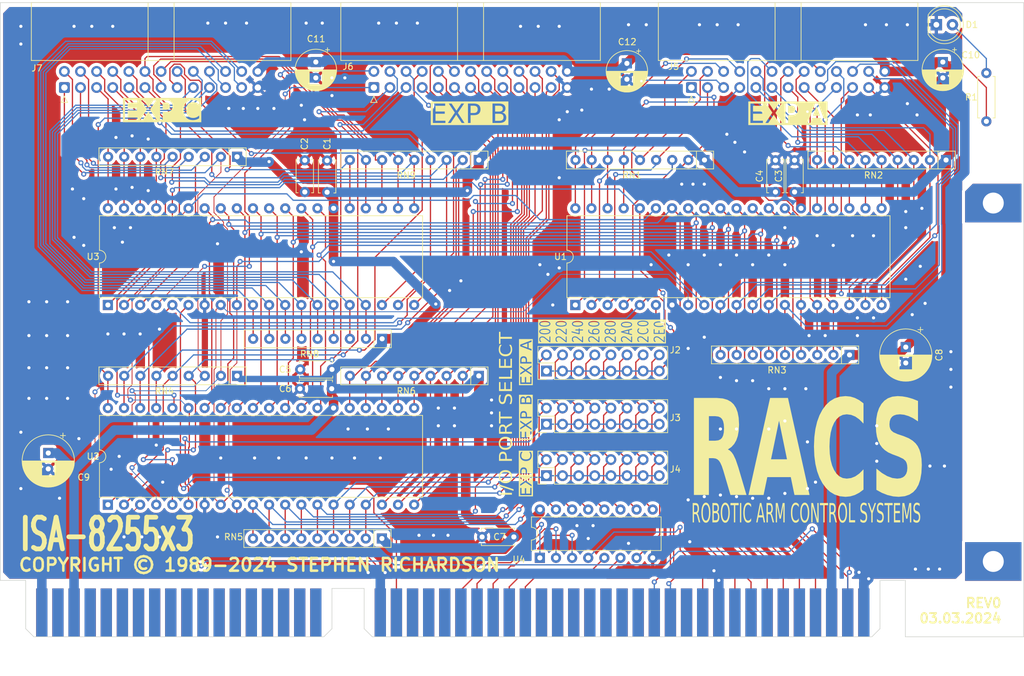
<source format=kicad_pcb>
(kicad_pcb (version 20240108) (generator "pcbnew") (generator_version "8.0")
  (layers (0 "F.Cu" signal) (31 "B.Cu" signal) (34 "B.Paste" user) (35 "F.Paste" user) (36 "B.SilkS" user "B.Silkscreen") (37 "F.SilkS" user "F.Silkscreen") (38 "B.Mask" user) (39 "F.Mask" user) (44 "Edge.Cuts" user))
  (net 0 "")
  (net 74 "GND")
  (net 75 "+5V")
  (net 76 "/D7")
  (net 77 "/D6")
  (net 78 "/D5")
  (net 79 "/D4")
  (net 80 "/D3")
  (net 81 "/D2")
  (net 82 "/D1")
  (net 83 "/D0")
  (net 84 "/RESET")
  (net 85 "/~{IOW}")
  (net 86 "/~{IOR}")
  (net 87 "/CS0")
  (net 88 "/CS1")
  (net 89 "/CS2")
  (net 90 "/A1")
  (net 91 "/A0")
  (net 92 "/A5")
  (net 93 "/A6")
  (net 94 "/A7")
  (net 95 "/AEN")
  (net 96 "/A8")
  (net 97 "/A9")
  (net 98 "Net-(J5-Pin_5)")
  (net 99 "Net-(J5-Pin_6)")
  (net 100 "Net-(J5-Pin_7)")
  (net 101 "Net-(J5-Pin_8)")
  (net 102 "Net-(J5-Pin_16)")
  (net 103 "Net-(J5-Pin_15)")
  (net 104 "Net-(J5-Pin_14)")
  (net 105 "Net-(J5-Pin_13)")
  (net 106 "Net-(J5-Pin_12)")
  (net 107 "Net-(J5-Pin_11)")
  (net 108 "Net-(J5-Pin_10)")
  (net 109 "Net-(J5-Pin_9)")
  (net 110 "Net-(J5-Pin_20)")
  (net 111 "Net-(J5-Pin_19)")
  (net 112 "Net-(J5-Pin_18)")
  (net 113 "Net-(J5-Pin_17)")
  (net 114 "Net-(J5-Pin_21)")
  (net 115 "Net-(J5-Pin_22)")
  (net 116 "Net-(J5-Pin_23)")
  (net 117 "Net-(J5-Pin_24)")
  (net 118 "Net-(J5-Pin_1)")
  (net 119 "Net-(J5-Pin_2)")
  (net 120 "Net-(J5-Pin_3)")
  (net 121 "Net-(J5-Pin_4)")
  (net 122 "Net-(J6-Pin_5)")
  (net 123 "Net-(J6-Pin_6)")
  (net 124 "Net-(J6-Pin_7)")
  (net 125 "Net-(J6-Pin_8)")
  (net 126 "Net-(J6-Pin_16)")
  (net 127 "Net-(J6-Pin_15)")
  (net 128 "Net-(J6-Pin_14)")
  (net 129 "Net-(J6-Pin_13)")
  (net 130 "Net-(J6-Pin_12)")
  (net 131 "Net-(J6-Pin_11)")
  (net 132 "Net-(J6-Pin_10)")
  (net 133 "Net-(J6-Pin_9)")
  (net 134 "Net-(J6-Pin_20)")
  (net 135 "Net-(J6-Pin_19)")
  (net 136 "Net-(J6-Pin_18)")
  (net 137 "Net-(J6-Pin_17)")
  (net 138 "Net-(J6-Pin_21)")
  (net 139 "Net-(J6-Pin_22)")
  (net 140 "Net-(J6-Pin_23)")
  (net 141 "Net-(J6-Pin_24)")
  (net 142 "Net-(J6-Pin_1)")
  (net 143 "Net-(J6-Pin_2)")
  (net 144 "Net-(J6-Pin_3)")
  (net 145 "Net-(J6-Pin_4)")
  (net 146 "Net-(J7-Pin_4)")
  (net 147 "Net-(J7-Pin_3)")
  (net 148 "Net-(J7-Pin_2)")
  (net 149 "Net-(J7-Pin_1)")
  (net 150 "Net-(J7-Pin_24)")
  (net 151 "Net-(J7-Pin_23)")
  (net 152 "Net-(J7-Pin_22)")
  (net 153 "Net-(J7-Pin_21)")
  (net 154 "Net-(J7-Pin_17)")
  (net 155 "Net-(J7-Pin_18)")
  (net 156 "Net-(J7-Pin_19)")
  (net 157 "Net-(J7-Pin_20)")
  (net 158 "Net-(J7-Pin_9)")
  (net 159 "Net-(J7-Pin_10)")
  (net 160 "Net-(J7-Pin_11)")
  (net 161 "Net-(J7-Pin_12)")
  (net 162 "Net-(J7-Pin_13)")
  (net 163 "Net-(J7-Pin_14)")
  (net 164 "Net-(J7-Pin_15)")
  (net 165 "Net-(J7-Pin_16)")
  (net 166 "Net-(J7-Pin_8)")
  (net 167 "Net-(J7-Pin_7)")
  (net 168 "Net-(J7-Pin_6)")
  (net 169 "Net-(J7-Pin_5)")
  (net 170 "Net-(D1-A)")
  (net 171 "Net-(J2-Pin_16)")
  (net 172 "Net-(J2-Pin_14)")
  (net 173 "Net-(J2-Pin_12)")
  (net 174 "Net-(J2-Pin_10)")
  (net 175 "Net-(J2-Pin_8)")
  (net 176 "Net-(J2-Pin_6)")
  (net 177 "Net-(J2-Pin_4)")
  (net 178 "Net-(J2-Pin_2)")
  (footprint "Capacitor_THT:C_Disc_D5.0mm_W2.5mm_P5.00mm" (layer "F.Cu") (at 104.1 112.014 180)
    (property "Reference" "C6")
    (property "Value" ".1uF")
  )
  (footprint "Capacitor_THT:CP_Radial_D8.0mm_P2.50mm" (layer "F.Cu") (at 59.436 122.154698 -90)
    (property "Reference" "C9")
    (property "Value" "100uF")
  )
  (footprint "Capacitor_THT:CP_Radial_D8.0mm_P2.50mm" (layer "F.Cu") (at 194.564 105.45 -90)
    (property "Reference" "C8")
    (property "Value" "100uF")
  )
  (footprint "Resistor_THT:R_Array_SIP9" (layer "F.Cu") (at 112.014 135.636 180)
    (property "Reference" "RN5")
    (property "Value" "10K")
  )
  (footprint "Capacitor_THT:C_Disc_D5.0mm_W2.5mm_P5.00mm" (layer "F.Cu") (at 177.038 80.986 90)
    (property "Reference" "C3")
    (property "Value" "1uF")
  )
  (footprint "Resistor_THT:R_Array_SIP9" (layer "F.Cu") (at 89.184 75.438 180)
    (property "Reference" "RN7")
    (property "Value" "10K")
  )
  (footprint "Resistor_THT:R_Array_SIP9" (layer "F.Cu") (at 127.284 109.982 180)
    (property "Reference" "RN6")
    (property "Value" "10K")
  )
  (footprint "Connector_PinHeader_2.54mm:PinHeader_2x08_P2.54mm_Vertical" (layer "F.Cu") (at 137.937 117.607 90)
    (property "Reference" "J3")
    (property "Value" "Conn_02x08_Odd_Even")
  )
  (footprint "ISACardLibrary:KEYSTONE-9202" (layer "F.Cu") (at 208.3562 82.733)
    (property "Reference" "BKT1" (hide yes))
    (property "Value" "~")
  )
  (footprint "Capacitor_THT:CP_Radial_D6.3mm_P2.50mm" (layer "F.Cu") (at 150.622 60.706 -90)
    (property "Reference" "C12")
    (property "Value" "47uF")
  )
  (footprint "Resistor_THT:R_Array_SIP9" (layer "F.Cu") (at 112.044 104.14 180)
    (property "Reference" "RN8")
    (property "Value" "10K")
  )
  (footprint "Connector_IDC:IDC-Header_2x13_P2.54mm_Horizontal" (layer "F.Cu") (at 110.744 64.516 90)
    (property "Reference" "J6")
    (property "Value" "Conn_01x26")
  )
  (footprint "Package_DIP:DIP-16_W7.62mm" (layer "F.Cu") (at 136.906 138.684 90)
    (property "Reference" "U4")
    (property "Value" "74LS138")
  )
  (footprint "Capacitor_THT:C_Disc_D5.0mm_W2.5mm_P5.00mm" (layer "F.Cu") (at 174.03 80.986 90)
    (property "Reference" "C4")
    (property "Value" ".1uF")
  )
  (footprint "Connector_IDC:IDC-Header_2x13_P2.54mm_Horizontal" (layer "F.Cu") (at 61.976 64.516 90)
    (property "Reference" "J7")
    (property "Value" "Conn_01x26")
  )
  (footprint "Connector_PinHeader_2.54mm:PinHeader_2x08_P2.54mm_Vertical" (layer "F.Cu") (at 137.937 109.22 90)
    (property "Reference" "J2")
    (property "Value" "Conn_02x08_Odd_Even")
  )
  (footprint "Resistor_THT:R_Axial_DIN0207_L6.3mm_D2.5mm_P7.62mm_Horizontal" (layer "F.Cu") (at 207.264 69.85 90)
    (property "Reference" "R1")
    (property "Value" "330")
  )
  (footprint "Capacitor_THT:CP_Radial_D6.3mm_P2.50mm" (layer "F.Cu") (at 101.6 60.492 -90)
    (property "Reference" "C11")
    (property "Value" "47uF")
  )
  (footprint "Connector_PinHeader_2.54mm:PinHeader_2x08_P2.54mm_Vertical" (layer "F.Cu") (at 137.937 125.73 90)
    (property "Reference" "J4")
    (property "Value" "Conn_02x08_Odd_Even")
  )
  (footprint "Capacitor_THT:C_Disc_D5.0mm_W2.5mm_P5.00mm" (layer "F.Cu") (at 103.378 81.026 90)
    (property "Reference" "C1")
    (property "Value" "1uF")
  )
  (footprint "Package_DIP:DIP-40_W15.24mm" (layer "F.Cu") (at 68.834 98.806 90)
    (property "Reference" "U3")
    (property "Value" "8255A")
  )
  (footprint "Capacitor_THT:C_Disc_D5.0mm_W2.5mm_P5.00mm" (layer "F.Cu") (at 132.802 135.382 180)
    (property "Reference" "C7")
    (property "Value" ".1uF")
  )
  (footprint "Resistor_THT:R_Array_SIP9" (layer "F.Cu") (at 127.284 75.946 180)
    (property "Reference" "RN9")
    (property "Value" "10K")
  )
  (footprint "Connector_IDC:IDC-Header_2x13_P2.54mm_Horizontal" (layer "F.Cu") (at 160.782 64.516 90)
    (property "Reference" "J5")
    (property "Value" "Conn_01x26")
  )
  (footprint "Capacitor_THT:C_Disc_D5.0mm_W2.5mm_P5.00mm" (layer "F.Cu") (at 99.862 80.986 90)
    (property "Reference" "C2")
    (property "Value" ".1uF")
  )
  (footprint "Package_DIP:DIP-40_W15.24mm" (layer "F.Cu") (at 68.834 130.302 90)
    (property "Reference" "U2")
    (property "Value" "8255A")
  )
  (footprint "Resistor_THT:R_Array_SIP9" (layer "F.Cu") (at 162.844 75.946 180)
    (property "Reference" "RN1")
    (property "Value" "10K")
  )
  (footprint "Package_DIP:DIP-40_W15.24mm" (layer "F.Cu") (at 142.494 98.806 90)
    (property "Reference" "U1")
    (property "Value" "8255A")
  )
  (footprint "Resistor_THT:R_Array_SIP9" (layer "F.Cu") (at 89.184 109.982 180)
    (property "Reference" "RN4")
    (property "Value" "10K")
  )
  (footprint "ISACardLibrary:BUS_AT" (layer "F.Cu") (at 187.96 147.32)
    (property "Reference" "J1" (hide yes))
    (property "Value" "Bus_ISA_16bit")
    (fp_line (start -132.08 -5.08) (end -136.08 -5.08) (stroke (width 0.1)) (layer "Edge.Cuts"))
    (fp_line (start -132.08 2.54) (end -132.08 -5.08) (stroke (width 0.1)) (layer "Edge.Cuts"))
    (fp_line (start -130.81 3.81) (end -132.08 2.54) (stroke (width 0.1)) (layer "Edge.Cuts"))
    (fp_line (start -85.09 3.81) (end -130.81 3.81) (stroke (width 0.1)) (layer "Edge.Cuts"))
    (fp_line (start -85.09 3.81) (end -83.82 2.54) (stroke (width 0.1)) (layer "Edge.Cuts"))
    (fp_line (start -83.82 -3.81) (end -83.82 2.54) (stroke (width 0.1)) (layer "Edge.Cuts"))
    (fp_line (start -78.74 -3.81) (end -83.82 -3.81) (stroke (width 0.1)) (layer "Edge.Cuts"))
    (fp_line (start -78.74 2.54) (end -78.74 -3.81) (stroke (width 0.1)) (layer "Edge.Cuts"))
    (fp_line (start -77.47 3.81) (end -78.74 2.54) (stroke (width 0.1)) (layer "Edge.Cuts"))
    (fp_line (start 1.27 3.81) (end -77.47 3.81) (stroke (width 0.1)) (layer "Edge.Cuts"))
    (fp_line (start 1.27 3.81) (end 2.54 2.54) (stroke (width 0.1)) (layer "Edge.Cuts"))
    (fp_line (start 2.54 -5.08) (end 2.54 2.54) (stroke (width 0.1)) (layer "Edge.Cuts"))
    (fp_line (start 6.54 -5.08) (end 2.54 -5.08) (stroke (width 0.1)) (layer "Edge.Cuts"))
  )
  (footprint "Resistor_THT:R_Array_SIP9" (layer "F.Cu") (at 200.914 75.946 180)
    (property "Reference" "RN2")
    (property "Value" "10K")
  )
  (footprint "LED_THT:LED_D5.0mm" (layer "F.Cu") (at 199.385 54.61)
    (property "Reference" "D1")
    (property "Value" "LED")
  )
  (footprint "Resistor_THT:R_Array_SIP9" (layer "F.Cu") (at 185.704 106.68 180)
    (property "Reference" "RN3")
    (property "Value" "10K")
  )
  (footprint "Capacitor_THT:CP_Radial_D6.3mm_P2.50mm" (layer "F.Cu") (at 200.406 60.492 -90)
    (property "Reference" "C10")
    (property "Value" "47uF")
  )
  (footprint "Capacitor_THT:C_Disc_D5.0mm_W2.5mm_P5.00mm" (layer "F.Cu") (at 104.14 108.966 180)
    (property "Reference" "C5")
    (property "Value" "1uF")
  )
  (gr_line (start 194.5 142.24) (end 194.5 151.13) (stroke (width 0.1)) (layer "Edge.Cuts"))
  (gr_line (start 213.15 51.13) (end 51.88 51.13) (stroke (width 0.1)) (layer "Edge.Cuts"))
  (gr_line (start 194.5 151.13) (end 213.15 151.13) (stroke (width 0.1)) (layer "Edge.Cuts"))
  (gr_line (start 213.15 151.13) (end 213.15 51.13) (stroke (width 0.1)) (layer "Edge.Cuts"))
  (gr_line (start 51.88 142.24) (end 51.88 51.13) (stroke (width 0.1)) (layer "Edge.Cuts"))
  (gr_text "EXP C" (at 135.89 129.032 90) (layer "F.SilkS" knockout) (effects (font (size 1.75 1.75)) (justify left bottom)))
  (gr_text "ISA-8255x3" (at 54.61 137.922 0) (layer "F.SilkS") (effects (font (size 5 3) (thickness 0.75) (bold yes)) (justify left bottom)))
  (gr_text "ROBOTIC ARM CONTROL SYSTEMS" (at 160.782 133.604 0) (layer "F.SilkS") (effects (font (size 3 1.5) (thickness 0.25)) (justify left bottom)))
  (gr_text "EXP C" (at 71.12 70.104 0) (layer "F.SilkS" knockout) (effects (font (size 3 3)) (justify left bottom)))
  (gr_text "EXP B" (at 135.89 120.142 90) (layer "F.SilkS" knockout) (effects (font (size 1.75 1.75)) (justify left bottom)))
  (gr_text "200\n220\n240\n260\n280\n2A0\n2C0\n2E0" (at 156.718 104.902 90) (layer "F.SilkS" knockout) (effects (font (size 1.6 1.27)) (justify left bottom)))
  (gr_text "COPYRIGHT © 1989-2024 STEPHEN RICHARDSON" (at 92.71 140.97 0) (layer "F.SilkS") (effects (font (size 2 2) (thickness 0.4) (bold yes)) (justify bottom)))
  (gr_text "RACS" (at 160.02 131.318 0) (layer "F.SilkS") (effects (font (size 15 9) (thickness 0.5) (bold yes)) (justify left bottom)))
  (gr_text "EXP A" (at 169.672 70.612 0) (layer "F.SilkS" knockout) (effects (font (size 3 3)) (justify left bottom)))
  (gr_text "EXP A" (at 135.89 111.506 90) (layer "F.SilkS" knockout) (effects (font (size 1.75 1.75)) (justify left bottom)))
  (gr_text "I/O PORT SELECT" (at 132.842 129.032 90) (layer "F.SilkS") (effects (font (size 2 2.2)) (justify left bottom)))
  (gr_text "REV0\n03.03.2024" (at 209.804 149.098 0) (layer "F.SilkS") (effects (font (size 1.5 1.5) (thickness 0.3) (bold yes)) (justify right bottom)))
  (gr_text "EXP B" (at 119.634 70.612 0) (layer "F.SilkS" knockout) (effects (font (size 3 3)) (justify left bottom)))
  (segment (start 191.262 64.516) (end 198.882 64.516) (width 1.5) (layer "F.Cu") (net 74))
  (segment (start 198.882 64.516) (end 200.406 62.992) (width 1.5) (layer "F.Cu") (net 74))
  (segment (start 186.944 100.838) (end 186.944 103.632) (width 1.5) (layer "F.Cu") (net 74))
  (via (at 76.962 102.616) (size 1.5) (drill 0.5) (layers "F.Cu" "B.Cu") (net 74))
  (via (at 129.286 113.792) (size 1.5) (drill 0.5) (layers "F.Cu" "B.Cu") (net 74))
  (via (at 94.996 67.818) (size 1.5) (drill 0.5) (layers "F.Cu" "B.Cu") (net 74))
  (via (at 62.484 98.298) (size 1.5) (drill 0.5) (layers "F.Cu" "B.Cu") (net 74))
  (via (at 65.024 82.042) (size 1.5) (drill 0.5) (layers "F.Cu" "B.Cu") (net 74))
  (via (at 129.286 115.824) (size 1.5) (drill 0.5) (layers "F.Cu" "B.Cu") (net 74))
  (via (at 95.758 122.936) (size 1.5) (drill 0.5) (layers "F.Cu" "B.Cu") (net 74))
  (via (at 100.076 54.356) (size 1.5) (drill 0.5) (layers "F.Cu" "B.Cu") (net 74))
  (via (at 122.682 96.52) (size 1.5) (drill 0.5) (layers "F.Cu" "B.Cu") (net 74))
  (via (at 55.118 118.872) (size 1.5) (drill 0.5) (layers "F.Cu" "B.Cu") (net 74))
  (via (at 194.818 67.056) (size 1.5) (drill 0.5) (layers "F.Cu" "B.Cu") (net 74))
  (via (at 99.314 90.424) (size 1.5) (drill 0.5) (layers "F.Cu" "B.Cu") (net 74))
  (via (at 195.58 100.33) (size 1.5) (drill 0.5) (layers "F.Cu" "B.Cu") (net 74))
  (via (at 187.198 140.97) (size 1.5) (drill 0.5) (layers "F.Cu" "B.Cu") (net 74))
  (via (at 165.1 142.24) (size 1.5) (drill 0.5) (layers "F.Cu" "B.Cu") (net 74))
  (via (at 145.288 133.604) (size 1.5) (drill 0.5) (layers "F.Cu" "B.Cu") (net 74))
  (via (at 138.938 98.806) (size 1.5) (drill 0.5) (layers "F.Cu" "B.Cu") (net 74))
  (via (at 112.522 141.004) (size 1.5) (drill 0.5) (layers "F.Cu" "B.Cu") (net 74))
  (via (at 147.828 64.77) (size 1.5) (drill 0.5) (layers "F.Cu" "B.Cu") (net 74))
  (via (at 165.354 110.236) (size 1.5) (drill 0.5) (layers "F.Cu" "B.Cu") (net 74))
  (via (at 201.676 108.966) (size 1.5) (drill 0.5) (layers "F.Cu" "B.Cu") (net 74))
  (via (at 178.816 112.014) (size 1.5) (drill 0.5) (layers "F.Cu" "B.Cu") (net 74))
  (via (at 165.354 118.364) (size 1.5) (drill 0.5) (layers "F.Cu" "B.Cu") (net 74))
  (via (at 139.954 54.864) (size 1.5) (drill 0.5) (layers "F.Cu" "B.Cu") (net 74))
  (via (at 111.76 122.936) (size 1.5) (drill 0.5) (layers "F.Cu" "B.Cu") (net 74))
  (via (at 59.182 108.712) (size 1.5) (drill 0.5) (layers "F.Cu" "B.Cu") (net 74))
  (via (at 90.17 67.818) (size 1.5) (drill 0.5) (layers "F.Cu" "B.Cu") (net 74))
  (via (at 72.39 86.614) (size 1.5) (drill 0.5) (layers "F.Cu" "B.Cu") (net 74))
  (via (at 71.12 88.9) (size 1.5) (drill 0.5) (layers "F.Cu" "B.Cu") (net 74))
  (via (at 64.262 119.888) (size 1.5) (drill 0.5) (layers "F.Cu" "B.Cu") (net 74))
  (via (at 167.894 110.744) (size 1.5) (drill 0.5) (layers "F.Cu" "B.Cu") (net 74))
  (via (at 179.07 127.762) (size 1.5) (drill 0.5) (layers "F.Cu" "B.Cu") (net 74))
  (via (at 175.514 92.456) (size 1.5) (drill 0.5) (layers "F.Cu" "B.Cu") (net 74))
  (via (at 69.85 86.614) (size 1.5) (drill 0.5) (layers "F.Cu" "B.Cu") (net 74))
  (via (at 109.728 118.364) (size 1.5) (drill 0.5) (layers "F.Cu" "B.Cu") (net 74))
  (via (at 114.3 54.356) (size 1.5) (drill 0.5) (layers "F.Cu" "B.Cu") (net 74))
  (via (at 197.104 83.566) (size 1.5) (drill 0.5) (layers "F.Cu" "B.Cu") (net 74))
  (via (at 157.226 90.932) (size 1.5) (drill 0.5) (layers "F.Cu" "B.Cu") (net 74))
  (via (at 117.602 54.356) (size 1.5) (drill 0.5) (layers "F.Cu" "B.Cu") (net 74))
  (via (at 72.644 80.264) (size 1.5) (drill 0.5) (layers "F.Cu" "B.Cu") (net 74))
  (via (at 99.822 69.596) (size 1.5) (drill 0.5) (layers "F.Cu" "B.Cu") (net 74))
  (via (at 160.274 105.664) (size 1.5) (drill 0.5) (layers "F.Cu" "B.Cu") (net 74))
  (via (at 180.594 87.884) (size 1.5) (drill 0.5) (layers "F.Cu" "B.Cu") (net 74))
  (via (at 188.976 68.834) (size 1.5) (drill 0.5) (layers "F.Cu" "B.Cu") (net 74))
  (via (at 70.104 80.518) (size 1.5) (drill 0.5) (layers "F.Cu" "B.Cu") (net 74))
  (via (at 201.676 111.76) (size 1.5) (drill 0.5) (layers "F.Cu" "B.Cu") (net 74))
  (via (at 153.67 54.61) (size 1.5) (drill 0.5) (layers "F.Cu" "B.Cu") (net 74))
  (via (at 179.07 120.396) (size 1.5) (drill 0.5) (layers "F.Cu" "B.Cu") (net 74))
  (via (at 167.894 118.364) (size 1.5) (drill 0.5) (layers "F.Cu" "B.Cu") (net 74))
  (via (at 145.034 64.77) (size 1.5) (drill 0.5) (layers "F.Cu" "B.Cu") (net 74))
  (via (at 91.948 122.936) (size 1.5) (drill 0.5) (layers "F.Cu" "B.Cu") (net 74))
  (via (at 172.974 112.014) (size 1.5) (drill 0.5) (layers "F.Cu" "B.Cu") (net 74))
  (via (at 162.814 79.756) (size 1.5) (drill 0.5) (layers "F.Cu" "B.Cu") (net 74))
  (via (at 186.944 100.838) (size 1.5) (drill 0.5) (layers "F.Cu" "B.Cu") (net 74))
  (via (at 70.104 72.39) (size 1.5) (drill 0.5) (layers "F.Cu" "B.Cu") (net 74))
  (via (at 104.14 65.786) (size 1.5) (drill 0.5) (layers "F.Cu" "B.Cu") (net 74))
  (via (at 175.514 128.524) (size 1.5) (drill 0.5) (layers "F.Cu" "B.Cu") (net 74))
  (via (at 161.036 79.756) (size 1.5) (drill 0.5) (layers "F.Cu" "B.Cu") (net 74))
  (via (at 196.85 92.71) (size 1.5) (drill 0.5) (layers "F.Cu" "B.Cu") (net 74))
  (via (at 144.526 135.636) (size 1.5) (drill 0.5) (layers "F.Cu" "B.Cu") (net 74))
  (via (at 189.992 123.444) (size 1.5) (drill 0.5) (layers "F.Cu" "B.Cu") (net 74))
  (via (at 73.914 103.378) (size 1.5) (drill 0.5) (layers "F.Cu" "B.Cu") (net 74))
  (via (at 170.434 110.744) (size 1.5) (drill 0.5) (layers "F.Cu" "B.Cu") (net 74))
  (via (at 162.814 129.032) (size 1.5) (drill 0.5) (layers "F.Cu" "B.Cu") (net 74))
  (via (at 183.134 89.408) (size 1.5) (drill 0.5) (layers "F.Cu" "B.Cu") (net 74))
  (via (at 139.954 78.74) (size 1.5) (drill 0.5) (layers "F.Cu" "B.Cu") (net 74))
  (via (at 92.456 67.818) (size 1.5) (drill 0.5) (layers "F.Cu" "B.Cu") (net 74))
  (via (at 186.944 68.834) (size 1.5) (drill 0.5) (layers "F.Cu" "B.Cu") (net 74))
  (via (at 124.46 94.996) (size 1.5) (drill 0.5) (layers "F.Cu" "B.Cu") (net 74))
  (via (at 194.564 86.614) (size 1.5) (drill 0.5) (layers "F.Cu" "B.Cu") (net 74))
  (via (at 167.894 90.932) (size 1.5) (drill 0.5) (layers "F.Cu" "B.Cu") (net 74))
  (via (at 129.286 117.856) (size 1.5) (drill 0.5) (layers "F.Cu" "B.Cu") (net 74))
  (via (at 150.876 136.398) (size 1.5) (drill 0.5) (layers "F.Cu" "B.Cu") (net 74))
  (via (at 86.614 122.936) (size 1.5) (drill 0.5) (layers "F.Cu" "B.Cu") (net 74))
  (via (at 59.182 103.632) (size 1.5) (drill 0.5) (layers "F.Cu" "B.Cu") (net 74))
  (via (at 86.106 135.382) (size 1.5) (drill 0.5) (layers "F.Cu" "B.Cu") (net 74))
  (via (at 169.164 74.676) (size 1.5) (drill 0.5) (layers "F.Cu" "B.Cu") (net 74))
  (via (at 189.992 117.856) (size 1.5) (drill 0.5) (layers "F.Cu" "B.Cu") (net 74))
  (via (at 180.34 126.746) (size 1.5) (drill 0.5) (layers "F.Cu" "B.Cu") (net 74))
  (via (at 194.564 84.074) (size 1.5) (drill 0.5) (layers "F.Cu" "B.Cu") (net 74))
  (via (at 56.388 113.538) (size 1.5) (drill 0.5) (layers "F.Cu" "B.Cu") (net 74))
  (via (at 65.024 89.408) (size 1.5) (drill 0.5) (layers "F.Cu" "B.Cu") (net 74))
  (via (at 100.076 122.936) (size 1.5) (drill 0.5) (layers "F.Cu" "B.Cu") (net 74))
  (via (at 62.484 103.632) (size 1.5) (drill 0.5) (layers "F.Cu" "B.Cu") (net 74))
  (via (at 143.51 68.072) (size 1.5) (drill 0.5) (layers "F.Cu" "B.Cu") (net 74))
  (via (at 56.388 103.632) (size 1.5) (drill 0.5) (layers "F.Cu" "B.Cu") (net 74))
  (via (at 164.338 140.716) (size 1.5) (drill 0.5) (layers "F.Cu" "B.Cu") (net 74))
  (via (at 172.974 118.364) (size 1.5) (drill 0.5) (layers "F.Cu" "B.Cu") (net 74))
  (via (at 189.484 100.838) (size 1.5) (drill 0.5) (layers "F.Cu" "B.Cu") (net 74))
  (via (at 139.954 69.596) (size 1.5) (drill 0.5) (layers "F.Cu" "B.Cu") (net 74))
  (via (at 138.176 93.98) (size 1.5) (drill 0.5) (layers "F.Cu" "B.Cu") (net 74))
  (via (at 76.962 135.382) (size 1.5) (drill 0.5) (layers "F.Cu" "B.Cu") (net 74))
  (via (at 154.432 92.456) (size 1.5) (drill 0.5) (layers "F.Cu" "B.Cu") (net 74))
  (via (at 117.856 135.128) (size 1.5) (drill 0.5) (layers "F.Cu" "B.Cu") (net 74))
  (via (at 62.484 113.538) (size 1.5) (drill 0.5) (layers "F.Cu" "B.Cu") (net 74))
  (via (at 175.514 112.014) (size 1.5) (drill 0.5) (layers "F.Cu" "B.Cu") (net 74))
  (via (at 181.864 103.632) (size 1.5) (drill 0.5) (layers "F.Cu" "B.Cu") (net 74))
  (via (at 74.168 135.382) (size 1.5) (drill 0.5) (layers "F.Cu" "B.Cu") (net 74))
  (via (at 165.354 128.778) (size 1.5) (drill 0.5) (layers "F.Cu" "B.Cu") (net 74))
  (via (at 102.616 54.356) (size 1.5) (drill 0.5) (layers "F.Cu" "B.Cu") (net 74))
  (via (at 61.214 129.286) (size 1.5) (drill 0.5) (layers "F.Cu" "B.Cu") (net 74))
  (via (at 160.274 129.54) (size 1.5) (drill 0.5) (layers "F.Cu" "B.Cu") (net 74))
  (via (at 104.14 122.936) (size 1.5) (drill 0.5) (layers "F.Cu" "B.Cu") (net 74))
  (via (at 194.564 94.742) (size 1.5) (drill 0.5) (layers "F.Cu" "B.Cu") (net 74))
  (via (at 197.612 98.552) (size 1.5) (drill 0.5) (layers "F.Cu" "B.Cu") (net 74))
  (via (at 188.722 141.986) (size 1.5) (drill 0.5) (layers "F.Cu" "B.Cu") (net 74))
  (via (at 76.454 120.904) (size 1.5) (drill 0.5) (layers "F.Cu" "B.Cu") (net 74))
  (via (at 175.514 117.094) (size 1.5) (drill 0.5) (layers "F.Cu" "B.Cu") (net 74))
  (via (at 133.858 54.864) (size 1.5) (drill 0.5) (layers "F.Cu" "B.Cu") (net 74))
  (via (at 196.342 68.834) (size 1.5) (drill 0.5) (layers "F.Cu" "B.Cu") (net 74))
  (via (at 66.294 54.864) (size 1.5) (drill 0.5) (layers "F.Cu" "B.Cu") (net 74))
  (via (at 113.03 118.364) (size 1.5) (drill 0.5) (layers "F.Cu" "B.Cu") (net 74))
  (via (at 68.834 103.378) (size 1.5) (drill 0.5) (layers "F.Cu" "B.Cu") (net 74))
  (via (at 63.246 80.518) (size 1.5) (drill 0.5) (layers "F.Cu" "B.Cu") (net 74))
  (via (at 150.876 54.61) (size 1.5) (drill 0.5) (layers "F.Cu" "B.Cu") (net 74))
  (via (at 56.388 108.712) (size 1.5) (drill 0.5) (layers "F.Cu" "B.Cu") (net 74))
  (via (at 55.118 127.762) (size 1.5) (drill 0.5) (layers "F.Cu" "B.Cu") (net 74))
  (via (at 123.444 115.062) (size 1.5) (drill 0.5) (layers "F.Cu" "B.Cu") (net 74))
  (via (at 162.814 90.932) (size 1.5) (drill 0.5) (layers "F.Cu" "B.Cu") (net 74))
  (via (at 136.906 92.456) (size 1.5) (drill 0.5) (layers "F.Cu" "B.Cu") (net 74))
  (via (at 55.118 54.864) (size 1.5) (drill 0.5) (layers "F.Cu" "B.Cu") (net 74))
  (via (at 87.376 54.356) (size 1.5) (drill 0.5) (layers "F.Cu" "B.Cu") (net 74))
  (via (at 136.652 54.864) (size 1.5) (drill 0.5) (layers "F.Cu" "B.Cu") (net 74))
  (via (at 162.814 103.886) (size 1.5) (drill 0.5) (layers "F.Cu" "B.Cu") (net 74))
  (via (at 99.314 67.31) (size 1.5) (drill 0.5) (layers "F.Cu" "B.Cu") (net 74))
  (via (at 200.66 124.206) (size 1.5) (drill 0.5) (layers "F.Cu" "B.Cu") (net 74))
  (via (at 172.974 90.932) (size 1.5) (drill 0.5) (layers "F.Cu" "B.Cu") (net 74))
  (via (at 186.944 103.632) (size 1.5) (drill 0.5) (layers "F.Cu" "B.Cu") (net 74))
  (via (at 84.582 54.356) (size 1.5) (drill 0.5) (layers "F.Cu" "B.Cu") (net 74))
  (via (at 107.696 122.936) (size 1.5) (drill 0.5) (layers "F.Cu" "B.Cu") (net 74))
  (via (at 86.106 89.154) (size 1.5) (drill 0.5) (layers "F.Cu" "B.Cu") (net 74))
  (via (at 123.444 117.856) (size 1.5) (drill 0.5) (layers "F.Cu" "B.Cu") (net 74))
  (via (at 201.676 106.172) (size 1.5) (drill 0.5) (layers "F.Cu" "B.Cu") (net 74))
  (via (at 188.214 54.61) (size 1.5) (drill 0.5) (layers "F.Cu" "B.Cu") (net 74))
  (via (at 120.904 117.856) (size 1.5) (drill 0.5) (layers "F.Cu" "B.Cu") (net 74))
  (via (at 160.274 92.456) (size 1.5) (drill 0.5) (layers "F.Cu" "B.Cu") (net 74))
  (via (at 186.182 87.884) (size 1.5) (drill 0.5) (layers "F.Cu" "B.Cu") (net 74))
  (via (at 168.148 54.61) (size 1.5) (drill 0.5) (layers "F.Cu" "B.Cu") (net 74))
  (via (at 167.894 129.032) (size 1.5) (drill 0.5) (layers "F.Cu" "B.Cu") (net 74))
  (via (at 141.224 68.326) (size 1.5) (drill 0.5) (layers "F.Cu" "B.Cu") (net 74))
  (via (at 59.182 98.298) (size 1.5) (drill 0.5) (layers "F.Cu" "B.Cu") (net 74))
  (via (at 189.992 120.65) (size 1.5) (drill 0.5) (layers "F.Cu" "B.Cu") (net 74))
  (via (at 63.5 54.864) (size 1.5) (drill 0.5) (layers "F.Cu" "B.Cu") (net 74))
  (via (at 179.324 103.632) (size 1.5) (drill 0.5) (layers "F.Cu" "B.Cu") (net 74))
  (via (at 71.374 135.382) (size 1.5) (drill 0.5) (layers "F.Cu" "B.Cu") (net 74))
  (via (at 122.428 135.128) (size 1.5) (drill 0.5) (layers "F.Cu" "B.Cu") (net 74))
  (via (at 175.514 86.614) (size 1.5) (drill 0.5) (layers "F.Cu" "B.Cu") (net 74))
  (via (at 111.506 54.356) (size 1.5) (drill 0.5) (layers "F.Cu" "B.Cu") (net 74))
  (via (at 159.258 79.756) (size 1.5) (drill 0.5) (layers "F.Cu" "B.Cu") (net 74))
  (via (at 160.528 136.144) (size 1.5) (drill 0.5) (layers "F.Cu" "B.Cu") (net 74))
  (via (at 170.434 129.286) (size 1.5) (drill 0.5) (layers "F.Cu" "B.Cu") (net 74))
  (via (at 55.118 57.658) (size 1.5) (drill 0.5) (layers "F.Cu" "B.Cu") (net 74))
  (via (at 194.818 54.61) (size 1.5) (drill 0.5) (layers "F.Cu" "B.Cu") (net 74))
  (via (at 120.142 135.128) (size 1.5) (drill 0.5) (layers "F.Cu" "B.Cu") (net 74))
  (via (at 139.954 92.964) (size 1.5) (drill 0.5) (layers "F.Cu" "B.Cu") (net 74))
  (via (at 106.68 118.364) (size 1.5) (drill 0.5) (layers "F.Cu" "B.Cu") (net 74))
  (via (at 71.374 103.378) (size 1.5) (drill 0.5) (layers "F.Cu" "B.Cu") (net 74))
  (via (at 70.612 122.682) (size 1.5) (drill 0.5) (layers "F.Cu" "B.Cu") (net 74))
  (via (at 165.354 92.456) (size 1.5) (drill 0.5) (layers "F.Cu" "B.Cu") (net 74))
  (via (at 170.434 92.456) (size 1.5) (drill 0.5) (layers "F.Cu" "B.Cu") (net 74))
  (via (at 189.484 87.884) (size 1.5) (drill 0.5) (layers "F.Cu" "B.Cu") (net 74))
  (via (at 172.974 129.286) (size 1.5) (drill 0.5) (layers "F.Cu" "B.Cu") (net 74))
  (via (at 106.172 62.992) (size 1.5) (drill 0.5) (layers "F.Cu" "B.Cu") (net 74))
  (via (at 167.64 73.152) (size 1.5) (drill 0.5) (layers "F.Cu" "B.Cu") (net 74))
  (via (at 69.342 124.714) (size 1.5) (drill 0.5) (layers "F.Cu" "B.Cu") (net 74))
  (via (at 198.374 124.206) (size 1.5) (drill 0.5) (layers "F.Cu" "B.Cu") (net 74))
  (via (at 104.14 62.992) (size 1.5) (drill 0.5) (layers "F.Cu" "B.Cu") (net 74))
  (via (at 109.848193 141.003268) (size 1.5) (drill 0.5) (layers "F.Cu" "B.Cu") (net 74))
  (via (at 62.484 108.712) (size 1.5) (drill 0.5) (layers "F.Cu" "B.Cu") (net 74))
  (via (at 75.184 72.644) (size 1.5) (drill 0.5) (layers "F.Cu" "B.Cu") (net 74))
  (via (at 72.644 72.136) (size 1.5) (drill 0.5) (layers "F.Cu" "B.Cu") (net 74))
  (via (at 164.846 54.61) (size 1.5) (drill 0.5) (layers "F.Cu" "B.Cu") (net 74))
  (via (at 90.678 54.356) (size 1.5) (drill 0.5) (layers "F.Cu" "B.Cu") (net 74))
  (via (at 196.088 140.462) (size 1.5) (drill 0.5) (layers "F.Cu" "B.Cu") (net 74))
  (via (at 166.37 71.882) (size 1.5) (drill 0.5) (layers "F.Cu" "B.Cu") (net 74))
  (via (at 162.052 54.61) (size 1.5) (drill 0.5) (layers "F.Cu" "B.Cu") (net 74))
  (via (at 75.184 80.772) (size 1.5) (drill 0.5) (layers "F.Cu" "B.Cu") (net 74))
  (via (at 191.516 54.61) (size 1.5) (drill 0.5) (layers "F.Cu" "B.Cu") (net 74))
  (via (at 56.388 98.298) (size 1.5) (drill 0.5) (layers "F.Cu" "B.Cu") (net 74))
  (via (at 87.884 67.818) (size 1.5) (drill 0.5) (layers "F.Cu" "B.Cu") (net 74))
  (via (at 199.898 140.462) (size 1.5) (drill 0.5) (layers "F.Cu" "B.Cu") (net 74))
  (via (at 142.748 133.604) (size 1.5) (drill 0.5) (layers "F.Cu" "B.Cu") (net 74))
  (via (at 120.904 115.062) (size 1.5) (drill 0.5) (layers "F.Cu" "B.Cu") (net 74))
  (via (at 63.5 88.138) (size 1.5) (drill 0.5) (layers "F.Cu" "B.Cu") (net 74))
  (via (at 59.182 113.538) (size 1.5) (drill 0.5) (layers "F.Cu" "B.Cu") (net 74))
  (via (at 69.596 54.864) (size 1.5) (drill 0.5) (layers "F.Cu" "B.Cu") (net 74))
  (via (at 77.47 126.746) (size 1.5) (drill 0.5) (layers "F.Cu" "B.Cu") (net 74))
  (via (at 198.12 140.462) (size 1.5) (drill 0.5) (layers "F.Cu" "B.Cu") (net 74))
  (segment (start 188.722 141.986) (end 188.722 141.224) (width 1.5) (layer "B.Cu") (net 74))
  (segment (start 147.828 64.77) (end 148.082 64.516) (width 1.5) (layer "B.Cu") (net 74))
  (segment (start 149.312 64.516) (end 150.622 63.206) (width 1.5) (layer "B.Cu") (net 74))
  (segment (start 187.96 141.732) (end 187.198 140.97) (width 1.5) (layer "B.Cu") (net 74))
  (segment (start 157.734 96.450622) (end 156.787378 95.504) (width 1.5) (layer "B.Cu") (net 74))
  (segment (start 203.864 66.45) (end 200.406 62.992) (width 1.5) (layer "B.Cu") (net 74))
  (segment (start 112.522 141.004) (end 111.76 141.766) (width 1.5) (layer "B.Cu") (net 74))
  (segment (start 165.1 141.478) (end 164.338 140.716) (width 1.5) (layer "B.Cu") (net 74))
  (segment (start 156.787378 95.504) (end 142.24 95.504) (width 1.5) (layer "B.Cu") (net 74))
  (segment (start 187.96 147.32) (end 187.96 141.732) (width 1.5) (layer "B.Cu") (net 74))
  (segment (start 187.96 147.32) (end 187.96 142.748) (width 1.5) (layer "B.Cu") (net 74))
  (segment (start 160.528 136.144) (end 160.528 134.874) (width 1.5) (layer "B.Cu") (net 74))
  (segment (start 159.258 136.144) (end 160.528 136.144) (width 1.5) (layer "B.Cu") (net 74))
  (segment (start 145.288 64.516) (end 147.574 64.516) (width 1.5) (layer "B.Cu") (net 74))
  (segment (start 162.814 103.886) (end 157.734 98.806) (width 1.5) (layer "B.Cu") (net 74))
  (segment (start 147.574 64.516) (end 147.828 64.77) (width 1.5) (layer "B.Cu") (net 74))
  (segment (start 154.686 138.684) (end 157.514 135.856) (width 1.5) (layer "B.Cu") (net 74))
  (segment (start 141.224 64.516) (end 144.78 64.516) (width 1.5) (layer "B.Cu") (net 74))
  (segment (start 59.436 124.654698) (end 58.42 125.670698) (width 1.5) (layer "B.Cu") (net 74))
  (segment (start 159.546 135.856) (end 159.258 136.144) (width 1.5) (layer "B.Cu") (net 74))
  (segment (start 58.42 125.670698) (end 58.42 147.32) (width 1.5) (layer "B.Cu") (net 74))
  (segment (start 160.528 134.874) (end 160.354 135.048) (width 1.5) (layer "B.Cu") (net 74))
  (segment (start 157.514 135.856) (end 159.546 135.856) (width 1.5) (layer "B.Cu") (net 74))
  (segment (start 160.354 135.048) (end 160.354 129.62) (width 1.5) (layer "B.Cu") (net 74))
  (segment (start 202.184 79.492295) (end 203.864 77.812294) (width 1.5) (layer "B.Cu") (net 74))
  (segment (start 187.96 142.748) (end 188.722 141.986) (width 1.5) (layer "B.Cu") (net 74))
  (segment (start 160.354 129.62) (end 160.274 129.54) (width 1.5) (layer "B.Cu") (net 74))
  (segment (start 165.1 147.32) (end 165.1 142.24) (width 1.5) (layer "B.Cu") (net 74))
  (segment (start 203.864 77.812294) (end 203.864 66.45) (width 1.5) (layer "B.Cu") (net 74))
  (segment (start 92.79 64.182) (end 96.6 64.182) (width 1.5) (layer "B.Cu") (net 74))
  (segment (start 145.034 64.77) (end 145.288 64.516) (width 1.5) (layer "B.Cu") (net 74))
  (segment (start 148.082 64.516) (end 149.312 64.516) (width 1.5) (layer "B.Cu") (net 74))
  (segment (start 142.24 95.504) (end 138.938 98.806) (width 1.5) (layer "B.Cu") (net 74))
  (segment (start 111.76 141.766) (end 111.76 147.32) (width 1.5) (layer "B.Cu") (net 74))
  (segment (start 194.564 135.382) (end 194.564 107.95) (width 1.5) (layer "B.Cu") (net 74))
  (segment (start 96.6 64.182) (end 97.79 62.992) (width 1.5) (layer "B.Cu") (net 74))
  (segment (start 92.456 64.516) (end 92.79 64.182) (width 1.5) (layer "B.Cu") (net 74))
  (segment (start 157.734 98.806) (end 157.734 96.450622) (width 1.5) (layer "B.Cu") (net 74))
  (segment (start 112.522 141.004) (end 109.848925 141.004) (width 1.5) (layer "B.Cu") (net 74))
  (segment (start 109.848925 141.004) (end 109.848193 141.003268) (width 1.5) (layer "B.Cu") (net 74))
  (segment (start 194.564 107.95) (end 195.69537 107.95) (width 1.5) (layer "B.Cu") (net 74))
  (segment (start 202.184 101.46137) (end 202.184 79.492295) (width 1.5) (layer "B.Cu") (net 74))
  (segment (start 188.722 141.224) (end 194.564 135.382) (width 1.5) (layer "B.Cu") (net 74))
  (segment (start 195.69537 107.95) (end 202.184 101.46137) (width 1.5) (layer "B.Cu") (net 74))
  (segment (start 97.79 62.992) (end 101.6 62.992) (width 1.5) (layer "B.Cu") (net 74))
  (segment (start 165.1 142.24) (end 165.1 141.478) (width 1.5) (layer "B.Cu") (net 74))
  (segment (start 144.78 64.516) (end 145.034 64.77) (width 1.5) (layer "B.Cu") (net 74))
  (segment (start 178.054 83.566) (end 178.054 82.002) (width 1.5) (layer "F.Cu") (net 75))
  (segment (start 103.338 80.986) (end 103.378 81.026) (width 1.5) (layer "F.Cu") (net 75))
  (segment (start 125.222 123.658924) (end 127.284 121.596924) (width 1.5) (layer "F.Cu") (net 75))
  (segment (start 194.564 105.45) (end 200.914 99.1) (width 1.5) (layer "F.Cu") (net 75))
  (segment (start 120.503463 99.083726) (end 115.447189 104.14) (width 1.5) (layer "F.Cu") (net 75))
  (segment (start 125.476 80.772) (end 125.476 78.954924) (width 1.5) (layer "F.Cu") (net 75))
  (segment (start 127.284 77.146924) (end 127.284 75.946) (width 1.5) (layer "F.Cu") (net 75))
  (segment (start 104.1 113.244) (end 104.1 112.014) (width 1.5) (layer "F.Cu") (net 75))
  (segment (start 197.866 61.976) (end 199.35 60.492) (width 1.5) (layer "F.Cu") (net 75))
  (segment (start 185.704 106.68) (end 193.334 106.68) (width 1.5) (layer "F.Cu") (net 75))
  (segment (start 125.222 131.703189) (end 125.222 123.658924) (width 1.5) (layer "F.Cu") (net 75))
  (segment (start 136.906 131.588924) (end 136.906 131.064) (width 1.5) (layer "F.Cu") (net 75))
  (segment (start 132.802 135.382) (end 133.112924 135.382) (width 1.5) (layer "F.Cu") (net 75))
  (segment (start 132.802 135.382) (end 130.088 132.668) (width 1.5) (layer "F.Cu") (net 75))
  (segment (start 178.054 82.002) (end 177.038 80.986) (width 1.5) (layer "F.Cu") (net 75))
  (segment (start 99.862 80.986) (end 99.02 80.986) (width 1.5) (layer "F.Cu") (net 75))
  (segment (start 174.03 80.986) (end 177.038 80.986) (width 1.5) (layer "F.Cu") (net 75))
  (segment (start 207.264 64.516) (end 203.24 60.492) (width 0.2) (layer "F.Cu") (net 75))
  (segment (start 203.24 60.492) (end 200.406 60.492) (width 0.2) (layer "F.Cu") (net 75))
  (segment (start 200.914 75.946) (end 200.914 75.692) (width 1.5) (layer "F.Cu") (net 75))
  (segment (start 104.394 113.538) (end 104.1 113.244) (width 1.5) (layer "F.Cu") (net 75))
  (segment (start 130.088 132.668) (end 126.186811 132.668) (width 1.5) (layer "F.Cu") (net 75))
  (segment (start 150.622 60.706) (end 152.688 58.64) (width 1.5) (layer "F.Cu") (net 75))
  (segment (start 133.112924 135.382) (end 136.906 131.588924) (width 1.5) (layer "F.Cu") (net 75))
  (segment (start 126.186811 132.668) (end 125.222 131.703189) (width 1.5) (layer "F.Cu") (net 75))
  (segment (start 202.156 62.242) (end 200.406 60.492) (width 1.5) (layer "F.Cu") (net 75))
  (segment (start 99.02 80.986) (end 94.234 76.2) (width 1.5) (layer "F.Cu") (net 75))
  (segment (start 104.394 83.566) (end 104.394 91.948) (width 1.5) (layer "F.Cu") (net 75))
  (segment (start 115.447189 104.14) (end 112.044 104.14) (width 1.5) (layer "F.Cu") (net 75))
  (segment (start 199.35 60.492) (end 200.406 60.492) (width 1.5) (layer "F.Cu") (net 75))
  (segment (start 104.394 115.062) (end 104.394 113.538) (width 1.5) (layer "F.Cu") (net 75))
  (segment (start 104.394 82.042) (end 103.378 81.026) (width 1.5) (layer "F.Cu") (net 75))
  (segment (start 191.262 60.706) (end 191.262 61.976) (width 1.5) (layer "F.Cu") (net 75))
  (segment (start 125.476 78.954924) (end 127.284 77.146924) (width 1.5) (layer "F.Cu") (net 75))
  (segment (start 193.334 106.68) (end 194.564 105.45) (width 1.5) (layer "F.Cu") (net 75))
  (segment (start 191.262 61.976) (end 197.866 61.976) (width 1.5) (layer "F.Cu") (net 75))
  (segment (start 104.394 83.566) (end 104.394 82.042) (width 1.5) (layer "F.Cu") (net 75))
  (segment (start 152.688 58.64) (end 189.196 58.64) (width 1.5) (layer "F.Cu") (net 75))
  (segment (start 99.862 80.986) (end 103.338 80.986) (width 1.5) (layer "F.Cu") (net 75))
  (segment (start 104.14 108.966) (end 104.14 111.974) (width 1.5) (layer "F.Cu") (net 75))
  (segment (start 202.156 74.45) (end 202.156 62.242) (width 1.5) (layer "F.Cu") (net 75))
  (segment (start 207.264 69.85) (end 207.264 64.516) (width 0.2) (layer "F.Cu") (net 75))
  (segment (start 127.284 121.596924) (end 127.284 109.982) (width 1.5) (layer "F.Cu") (net 75))
  (segment (start 120.503463 98.659463) (end 120.503463 99.083726) (width 1.5) (layer "F.Cu") (net 75))
  (segment (start 189.196 58.64) (end 191.262 60.706) (width 1.5) (layer "F.Cu") (net 75))
  (segment (start 104.14 111.974) (end 104.1 112.014) (width 1.5) (layer "F.Cu") (net 75))
  (segment (start 200.914 99.1) (end 200.914 75.946) (width 1.5) (layer "F.Cu") (net 75))
  (segment (start 200.914 75.692) (end 202.156 74.45) (width 1.5) (layer "F.Cu") (net 75))
  (via (at 125.476 80.772) (size 1.5) (drill 0.5) (layers "F.Cu" "B.Cu") (net 75))
  (via (at 120.503463 98.659463) (size 1.5) (drill 0.5) (layers "F.Cu" "B.Cu") (net 75))
  (via (at 94.234 76.2) (size 1.5) (drill 0.5) (layers "F.Cu" "B.Cu") (net 75))
  (via (at 104.394 91.948) (size 1.5) (drill 0.5) (layers "F.Cu" "B.Cu") (net 75))
  (segment (start 59.436 122.154698) (end 60.781572 122.154698) (width 1.5) (layer "B.Cu") (net 75))
  (segment (start 101.6 60.492) (end 93.94 60.492) (width 1.5) (layer "B.Cu") (net 75))
  (segment (start 125.252 112.014) (end 104.1 112.014) (width 1.5) (layer "B.Cu") (net 75))
  (segment (start 60.781572 122.154698) (end 63.5 124.873126) (width 1.5) (layer "B.Cu") (net 75))
  (segment (start 89.184 109.982) (end 89.668 110.466) (width 1) (layer "B.Cu") (net 75))
  (segment (start 177.038 80.986) (end 195.874 80.986) (width 1.5) (layer "B.Cu") (net 75))
  (segment (start 125.222 81.026) (end 125.476 80.772) (width 1.5) (layer "B.Cu") (net 75))
  (segment (start 104.394 91.948) (end 113.792 91.948) (width 1.5) (layer "B.Cu") (net 75))
  (segment (start 94.234 76.2) (end 94.154 76.28) (width 1.5) (layer "B.Cu") (net 75))
  (segment (start 195.874 80.986) (end 200.914 75.946) (width 1.5) (layer "B.Cu") (net 75))
  (segment (start 130.158 73.072) (end 159.97 73.072) (width 1.5) (layer "B.Cu") (net 75))
  (segment (start 131.052 137.132) (end 113.51 137.132) (width 1.5) (layer "B.Cu") (net 75))
  (segment (start 93.94 60.492) (end 92.456 61.976) (width 1.5) (layer "B.Cu") (net 75))
  (segment (start 112.044 105.126) (end 112.044 104.14) (width 1.5) (layer "B.Cu") (net 75))
  (segment (start 174.03 80.986) (end 167.884 80.986) (width 1.5) (layer "B.Cu") (net 75))
  (segment (start 100.918 118.538) (end 69.835126 118.538) (width 1.5) (layer "B.Cu") (net 75))
  (segment (start 132.802 135.382) (end 131.052 137.132) (width 1.5) (layer "B.Cu") (net 75))
  (segment (start 113.51 137.132) (end 112.014 135.636) (width 1.5) (layer "B.Cu") (net 75))
  (segment (start 113.792 91.948) (end 120.503463 98.659463) (width 1.5) (layer "B.Cu") (net 75))
  (segment (start 109.14 108.03) (end 112.044 105.126) (width 1.5) (layer "B.Cu") (net 75))
  (segment (start 102.64 110.466) (end 104.14 108.966) (width 1) (layer "B.Cu") (net 75))
  (segment (start 101.6 60.492) (end 102.83 60.492) (width 1.5) (layer "B.Cu") (net 75))
  (segment (start 182.88 147.32) (end 182.88 109.504) (width 1.5) (layer "B.Cu") (net 75))
  (segment (start 94.154 76.28) (end 90.026 76.28) (width 1.5) (layer "B.Cu") (net 75))
  (segment (start 63.5 124.873126) (end 66.218428 122.154698) (width 1.5) (layer "B.Cu") (net 75))
  (segment (start 103.146 60.176) (end 140.626081 60.176) (width 1.5) (layer "B.Cu") (net 75))
  (segment (start 89.668 110.466) (end 102.64 110.466) (width 1) (layer "B.Cu") (net 75))
  (segment (start 141.224 60.773919) (end 141.224 61.976) (width 1.5) (layer "B.Cu") (net 75))
  (segment (start 167.884 80.986) (end 162.844 75.946) (width 1.5) (layer "B.Cu") (net 75))
  (segment (start 104.1 109.391189) (end 105.461189 108.03) (width 1.5) (layer "B.Cu") (net 75))
  (segment (start 127.284 75.946) (end 130.158 73.072) (width 1.5) (layer "B.Cu") (net 75))
  (segment (start 104.394 115.062) (end 100.918 118.538) (width 1.5) (layer "B.Cu") (net 75))
  (segment (start 159.97 73.072) (end 162.844 75.946) (width 1.5) (layer "B.Cu") (net 75))
  (segment (start 127.284 109.982) (end 125.252 112.014) (width 1.5) (layer "B.Cu") (net 75))
  (segment (start 141.224 61.976) (end 149.352 61.976) (width 1.5) (layer "B.Cu") (net 75))
  (segment (start 102.83 60.492) (end 103.146 60.176) (width 1.5) (layer "B.Cu") (net 75))
  (segment (start 90.026 76.28) (end 89.184 75.438) (width 1.5) (layer "B.Cu") (net 75))
  (segment (start 103.378 81.026) (end 125.222 81.026) (width 1.5) (layer "B.Cu") (net 75))
  (segment (start 69.835126 118.538) (end 66.218428 122.154698) (width 1.5) (layer "B.Cu") (net 75))
  (segment (start 105.461189 108.03) (end 109.14 108.03) (width 1.5) (layer "B.Cu") (net 75))
  (segment (start 182.88 109.504) (end 185.704 106.68) (width 1.5) (layer "B.Cu") (net 75))
  (segment (start 63.5 147.32) (end 63.5 124.873126) (width 1.5) (layer "B.Cu") (net 75))
  (segment (start 104.1 112.014) (end 104.1 109.391189) (width 1.5) (layer "B.Cu") (net 75))
  (segment (start 140.626081 60.176) (end 141.224 60.773919) (width 1.5) (layer "B.Cu") (net 75))
  (segment (start 149.352 61.976) (end 150.622 60.706) (width 1.5) (layer "B.Cu") (net 75))
  (segment (start 102.108 90.932) (end 103.124 91.948) (width 0.2) (layer "F.Cu") (net 76))
  (segment (start 102.362 108.458) (end 102.362 114.554) (width 0.2) (layer "F.Cu") (net 76))
  (segment (start 102.108 90.932) (end 103.124 89.916) (width 0.2) (layer "F.Cu") (net 76))
  (segment (start 103.124 84.836) (end 101.854 83.566) (width 0.2) (layer "F.Cu") (net 76))
  (segment (start 176.784 84.836) (end 175.514 83.566) (width 0.2) (layer "F.Cu") (net 76))
  (segment (start 176.784 133.096) (end 176.784 88.9) (width 0.2) (layer "F.Cu") (net 76))
  (segment (start 176.784 88.9) (end 176.784 84.836) (width 0.2) (layer "F.Cu") (net 76))
  (segment (start 185.42 141.732) (end 176.784 133.096) (width 0.2) (layer "F.Cu") (net 76))
  (segment (start 185.42 147.32) (end 185.42 141.732) (width 0.2) (layer "F.Cu") (net 76))
  (segment (start 102.362 114.554) (end 101.854 115.062) (width 0.2) (layer "F.Cu") (net 76))
  (segment (start 103.124 107.696) (end 102.362 108.458) (width 0.2) (layer "F.Cu") (net 76))
  (segment (start 103.124 91.948) (end 103.124 107.696) (width 0.2) (layer "F.Cu") (net 76))
  (segment (start 103.124 89.916) (end 103.124 84.836) (width 0.2) (layer "F.Cu") (net 76))
  (via (at 102.108 90.932) (size 0.8) (drill 0.4) (layers "F.Cu" "B.Cu") (net 76))
  (via (at 176.784 88.9) (size 0.8) (drill 0.4) (layers "F.Cu" "B.Cu") (net 76))
  (segment (start 103.632 89.408) (end 176.022 89.408) (width 0.2) (layer "B.Cu") (net 76))
  (segment (start 176.53 88.9) (end 176.784 88.9) (width 0.2) (layer "B.Cu") (net 76))
  (segment (start 102.108 90.932) (end 103.632 89.408) (width 0.2) (layer "B.Cu") (net 76))
  (segment (start 176.022 89.408) (end 176.53 88.9) (width 0.2) (layer "B.Cu") (net 76))
  (segment (start 101.092 98.012365) (end 100.754 98.350365) (width 0.2) (layer "F.Cu") (net 77))
  (segment (start 101.092 85.344) (end 101.092 98.012365) (width 0.2) (layer "F.Cu") (net 77))
  (segment (start 101.092 106.680818) (end 101.092 113.284) (width 0.2) (layer "F.Cu") (net 77))
  (segment (start 174.244 84.836) (end 172.974 83.566) (width 0.2) (layer "F.Cu") (net 77))
  (segment (start 101.092 113.284) (end 99.314 115.062) (width 0.2) (layer "F.Cu") (net 77))
  (segment (start 182.88 147.32) (end 182.88 140.208) (width 0.2) (layer "F.Cu") (net 77))
  (segment (start 174.244 131.572) (end 174.244 88.646) (width 0.2) (layer "F.Cu") (net 77))
  (segment (start 174.244 88.646) (end 174.244 84.836) (width 0.2) (layer "F.Cu") (net 77))
  (segment (start 182.88 140.208) (end 174.244 131.572) (width 0.2) (layer "F.Cu") (net 77))
  (segment (start 100.754 106.342818) (end 101.092 106.680818) (width 0.2) (layer "F.Cu") (net 77))
  (segment (start 99.314 83.566) (end 101.092 85.344) (width 0.2) (layer "F.Cu") (net 77))
  (segment (start 100.754 98.350365) (end 100.754 106.342818) (width 0.2) (layer "F.Cu") (net 77))
  (via (at 174.244 88.646) (size 0.8) (drill 0.4) (layers "F.Cu" "B.Cu") (net 77))
  (via (at 101.092 89.662) (size 0.8) (drill 0.4) (layers "F.Cu" "B.Cu") (net 77))
  (segment (start 101.092 89.662) (end 101.854 88.9) (width 0.2) (layer "B.Cu") (net 77))
  (segment (start 101.854 88.9) (end 173.99 88.9) (width 0.2) (layer "B.Cu") (net 77))
  (segment (start 173.99 88.9) (end 174.244 88.646) (width 0.2) (layer "B.Cu") (net 77))
  (segment (start 171.958 87.376) (end 171.958 85.09) (width 0.2) (layer "F.Cu") (net 78))
  (segment (start 98.044 84.836) (end 98.044 88.9) (width 0.2) (layer "F.Cu") (net 78))
  (segment (start 171.958 85.09) (end 170.434 83.566) (width 0.2) (layer "F.Cu") (net 78))
  (segment (start 96.774 83.566) (end 98.044 84.836) (width 0.2) (layer "F.Cu") (net 78))
  (segment (start 180.34 147.32) (end 180.34 141.224) (width 0.2) (layer "F.Cu") (net 78))
  (segment (start 98.044 107.188) (end 97.282 107.95) (width 0.2) (layer "F.Cu") (net 78))
  (segment (start 98.044 88.9) (end 98.044 107.188) (width 0.2) (layer "F.Cu") (net 78))
  (segment (start 180.34 141.224) (end 171.704 132.588) (width 0.2) (layer "F.Cu") (net 78))
  (segment (start 97.282 107.95) (end 97.282 114.554) (width 0.2) (layer "F.Cu") (net 78))
  (segment (start 171.704 87.63) (end 171.958 87.376) (width 0.2) (layer "F.Cu") (net 78))
  (segment (start 97.282 114.554) (end 96.774 115.062) (width 0.2) (layer "F.Cu") (net 78))
  (segment (start 171.704 132.588) (end 171.704 87.63) (width 0.2) (layer "F.Cu") (net 78))
  (via (at 171.704 87.63) (size 0.8) (drill 0.4) (layers "F.Cu" "B.Cu") (net 78))
  (via (at 98.044 88.9) (size 0.8) (drill 0.4) (layers "F.Cu" "B.Cu") (net 78))
  (segment (start 98.552 88.392) (end 98.044 88.9) (width 0.2) (layer "B.Cu") (net 78))
  (segment (start 169.64595 88.392) (end 98.552 88.392) (width 0.2) (layer "B.Cu") (net 78))
  (segment (start 171.704 87.63) (end 170.40795 87.63) (width 0.2) (layer "B.Cu") (net 78))
  (segment (start 170.40795 87.63) (end 169.64595 88.392) (width 0.2) (layer "B.Cu") (net 78))
  (segment (start 177.8 147.32) (end 177.8 141.224) (width 0.2) (layer "F.Cu") (net 79))
  (segment (start 169.164 84.836) (end 167.894 83.566) (width 0.2) (layer "F.Cu") (net 79))
  (segment (start 177.8 141.224) (end 169.164 132.588) (width 0.2) (layer "F.Cu") (net 79))
  (segment (start 95.504 113.792) (end 94.234 115.062) (width 0.2) (layer "F.Cu") (net 79))
  (segment (start 169.164 132.588) (end 169.164 87.122) (width 0.2) (layer "F.Cu") (net 79))
  (segment (start 95.504 84.836) (end 95.504 113.792) (width 0.2) (layer "F.Cu") (net 79))
  (segment (start 169.164 87.122) (end 169.164 84.836) (width 0.2) (layer "F.Cu") (net 79))
  (segment (start 94.234 83.566) (end 95.504 84.836) (width 0.2) (layer "F.Cu") (net 79))
  (via (at 95.504 88.138) (size 0.8) (drill 0.4) (layers "F.Cu" "B.Cu") (net 79))
  (via (at 169.164 87.122) (size 0.8) (drill 0.4) (layers "F.Cu" "B.Cu") (net 79))
  (segment (start 169.164 87.122) (end 168.402 87.884) (width 0.2) (layer "B.Cu") (net 79))
  (segment (start 168.402 87.884) (end 95.758 87.884) (width 0.2) (layer "B.Cu") (net 79))
  (segment (start 95.758 87.884) (end 95.504 88.138) (width 0.2) (layer "B.Cu") (net 79))
  (segment (start 166.624 132.842) (end 166.624 86.868) (width 0.2) (layer "F.Cu") (net 80))
  (segment (start 92.964 87.63) (end 92.964 113.792) (width 0.2) (layer "F.Cu") (net 80))
  (segment (start 175.26 141.478) (end 166.624 132.842) (width 0.2) (layer "F.Cu") (net 80))
  (segment (start 92.964 84.836) (end 92.964 87.63) (width 0.2) (layer "F.Cu") (net 80))
  (segment (start 175.26 147.32) (end 175.26 141.478) (width 0.2) (layer "F.Cu") (net 80))
  (segment (start 166.624 86.614) (end 166.624 86.868) (width 0.2) (layer "F.Cu") (net 80))
  (segment (start 165.354 83.566) (end 166.624 84.836) (width 0.2) (layer "F.Cu") (net 80))
  (segment (start 166.624 84.836) (end 166.624 86.614) (width 0.2) (layer "F.Cu") (net 80))
  (segment (start 91.694 83.566) (end 92.964 84.836) (width 0.2) (layer "F.Cu") (net 80))
  (segment (start 92.964 113.792) (end 91.694 115.062) (width 0.2) (layer "F.Cu") (net 80))
  (via (at 92.964 87.63) (size 0.8) (drill 0.4) (layers "F.Cu" "B.Cu") (net 80))
  (via (at 166.624 86.868) (size 0.8) (drill 0.4) (layers "F.Cu" "B.Cu") (net 80))
  (segment (start 166.116 87.376) (end 93.218 87.376) (width 0.2) (layer "B.Cu") (net 80))
  (segment (start 93.218 87.376) (end 92.964 87.63) (width 0.2) (layer "B.Cu") (net 80))
  (segment (start 166.624 86.868) (end 166.116 87.376) (width 0.2) (layer "B.Cu") (net 80))
  (segment (start 90.424 84.836) (end 90.424 113.792) (width 0.2) (layer "F.Cu") (net 81))
  (segment (start 164.084 132.842) (end 164.084 86.614) (width 0.2) (layer "F.Cu") (net 81))
  (segment (start 172.72 147.32) (end 172.72 141.478) (width 0.2) (layer "F.Cu") (net 81))
  (segment (start 162.814 83.566) (end 164.084 84.836) (width 0.2) (layer "F.Cu") (net 81))
  (segment (start 172.72 141.478) (end 164.084 132.842) (width 0.2) (layer "F.Cu") (net 81))
  (segment (start 164.084 84.836) (end 164.084 86.614) (width 0.2) (layer "F.Cu") (net 81))
  (segment (start 89.154 83.566) (end 90.424 84.836) (width 0.2) (layer "F.Cu") (net 81))
  (segment (start 90.424 113.792) (end 89.154 115.062) (width 0.2) (layer "F.Cu") (net 81))
  (via (at 164.084 86.614) (size 0.8) (drill 0.4) (layers "F.Cu" "B.Cu") (net 81))
  (via (at 90.424 87.376) (size 0.8) (drill 0.4) (layers "F.Cu" "B.Cu") (net 81))
  (segment (start 163.83 86.868) (end 164.084 86.614) (width 0.2) (layer "B.Cu") (net 81))
  (segment (start 90.424 87.376) (end 90.932 86.868) (width 0.2) (layer "B.Cu") (net 81))
  (segment (start 90.932 86.868) (end 163.83 86.868) (width 0.2) (layer "B.Cu") (net 81))
  (segment (start 88.646 86.868) (end 88.646 97.139183) (width 0.2) (layer "F.Cu") (net 82))
  (segment (start 170.18 147.32) (end 170.18 142.494) (width 0.2) (layer "F.Cu") (net 82))
  (segment (start 88.054 97.731183) (end 88.054 100.093818) (width 0.2) (layer "F.Cu") (net 82))
  (segment (start 160.274 83.566) (end 161.544 84.836) (width 0.2) (layer "F.Cu") (net 82))
  (segment (start 87.884 86.106) (end 87.884 86.36) (width 0.2) (layer "F.Cu") (net 82))
  (segment (start 170.18 142.494) (end 161.544 133.858) (width 0.2) (layer "F.Cu") (net 82))
  (segment (start 88.054 100.093818) (end 88.646 100.685818) (width 0.2) (layer "F.Cu") (net 82))
  (segment (start 88.646 97.139183) (end 88.054 97.731183) (width 0.2) (layer "F.Cu") (net 82))
  (segment (start 87.884 86.106) (end 88.646 86.868) (width 0.2) (layer "F.Cu") (net 82))
  (segment (start 87.744 108.09) (end 87.744 113.932) (width 0.2) (layer "F.Cu") (net 82))
  (segment (start 88.646 100.685818) (end 88.646 107.188) (width 0.2) (layer "F.Cu") (net 82))
  (segment (start 87.744 113.932) (end 86.614 115.062) (width 0.2) (layer "F.Cu") (net 82))
  (segment (start 88.646 107.188) (end 87.744 108.09) (width 0.2) (layer "F.Cu") (net 82))
  (segment (start 161.544 133.858) (end 161.544 85.852) (width 0.2) (layer "F.Cu") (net 82))
  (segment (start 87.884 84.836) (end 87.884 86.106) (width 0.2) (layer "F.Cu") (net 82))
  (segment (start 86.614 83.566) (end 87.884 84.836) (width 0.2) (layer "F.Cu") (net 82))
  (segment (start 161.544 84.836) (end 161.544 85.852) (width 0.2) (layer "F.Cu") (net 82))
  (via (at 161.544 85.852) (size 0.8) (drill 0.4) (layers "F.Cu" "B.Cu") (net 82))
  (via (at 87.884 86.106) (size 0.8) (drill 0.4) (layers "F.Cu" "B.Cu") (net 82))
  (segment (start 87.884 86.106) (end 88.138 86.36) (width 0.2) (layer "B.Cu") (net 82))
  (segment (start 88.138 86.36) (end 161.036 86.36) (width 0.2) (layer "B.Cu") (net 82))
  (segment (start 161.036 86.36) (end 161.544 85.852) (width 0.2) (layer "B.Cu") (net 82))
  (segment (start 84.074 83.566) (end 85.344 84.836) (width 0.2) (layer "F.Cu") (net 83))
  (segment (start 84.836 85.852) (end 84.836 97.028) (width 0.2) (layer "F.Cu") (net 83))
  (segment (start 167.64 141.224) (end 159.004 132.588) (width 0.2) (layer "F.Cu") (net 83))
  (segment (start 84.836 97.028) (end 85.204 97.396) (width 0.2) (layer "F.Cu") (net 83))
  (segment (start 85.344 85.344) (end 84.836 85.852) (width 0.2) (layer "F.Cu") (net 83))
  (segment (start 167.64 147.32) (end 167.64 141.224) (width 0.2) (layer "F.Cu") (net 83))
  (segment (start 85.204 113.932) (end 84.074 115.062) (width 0.2) (layer "F.Cu") (net 83))
  (segment (start 159.004 132.588) (end 159.004 84.836) (width 0.2) (layer "F.Cu") (net 83))
  (segment (start 85.344 84.836) (end 85.344 85.344) (width 0.2) (layer "F.Cu") (net 83))
  (segment (start 159.004 84.836) (end 157.734 83.566) (width 0.2) (layer "F.Cu") (net 83))
  (segment (start 85.204 97.396) (end 85.204 113.932) (width 0.2) (layer "F.Cu") (net 83))
  (via (at 85.344 85.344) (size 0.8) (drill 0.4) (layers "F.Cu" "B.Cu") (net 83))
  (segment (start 85.406 85.406) (end 90.517635 85.406) (width 0.2) (layer "B.Cu") (net 83))
  (segment (start 85.344 85.344) (end 85.406 85.406) (width 0.2) (layer "B.Cu") (net 83))
  (segment (start 90.963635 85.852) (end 155.448 85.852) (width 0.2) (layer "B.Cu") (net 83))
  (segment (start 155.448 85.852) (end 157.734 83.566) (width 0.2) (layer "B.Cu") (net 83))
  (segment (start 90.517635 85.406) (end 90.963635 85.852) (width 0.2) (layer "B.Cu") (net 83))
  (segment (start 80.4575 90.236566) (end 72.644 98.050066) (width 0.127) (layer "F.Cu") (net 84))
  (segment (start 81.534 83.566) (end 80.4575 84.6425) (width 0.127) (layer "F.Cu") (net 84))
  (segment (start 80.4575 84.6425) (end 80.4575 90.236566) (width 0.127) (layer "F.Cu") (net 84))
  (segment (start 185.674 140.97) (end 185.674 139.954) (width 0.2) (layer "F.Cu") (net 84))
  (segment (start 81.534 115.062) (end 81.664 115.192) (width 0.2) (layer "F.Cu") (net 84))
  (segment (start 185.674 139.954) (end 179.832 134.112) (width 0.2) (layer "F.Cu") (net 84))
  (segment (start 72.644 111.391669) (end 71.9805 112.055169) (width 0.127) (layer "F.Cu") (net 84))
  (segment (start 82.804 128.238364) (end 82.804 139.192) (width 0.2) (layer "F.Cu") (net 84))
  (segment (start 81.664 121.174) (end 81.549818 121.288182) (width 0.2) (layer "F.Cu") (net 84))
  (segment (start 81.549818 126.984182) (end 82.804 128.238364) (width 0.2) (layer "F.Cu") (net 84))
  (segment (start 71.9805 113.3825) (end 72.39 113.792) (width 0.127) (layer "F.Cu") (net 84))
  (segment (start 71.9805 112.055169) (end 71.9805 113.3825) (width 0.127) (layer "F.Cu") (net 84))
  (segment (start 82.804 139.192) (end 83.566 139.954) (width 0.2) (layer "F.Cu") (net 84))
  (segment (start 72.644 98.050066) (end 72.644 105.918) (width 0.127) (layer "F.Cu") (net 84))
  (segment (start 72.644 105.918) (end 72.644 111.391669) (width 0.127) (layer "F.Cu") (net 84))
  (segment (start 81.664 115.192) (end 81.664 121.174) (width 0.2) (layer "F.Cu") (net 84))
  (segment (start 81.549818 121.288182) (end 81.549818 126.984182) (width 0.2) (layer "F.Cu") (net 84))
  (via (at 185.674 140.97) (size 0.8) (drill 0.4) (layers "F.Cu" "B.Cu") (net 84))
  (via (at 83.566 139.954) (size 0.8) (drill 0.4) (layers "F.Cu" "B.Cu") (net 84))
  (via (at 72.39 113.792) (size 0.8) (drill 0.4) (layers "F.Cu" "B.Cu") (net 84))
  (via (at 179.832 134.112) (size 0.8) (drill 0.4) (layers "F.Cu" "B.Cu") (net 84))
  (segment (start 72.39 113.792) (end 80.264 113.792) (width 0.127) (layer "B.Cu") (net 84))
  (segment (start 113.284 139.192) (end 84.328 139.192) (width 0.2) (layer "B.Cu") (net 84))
  (segment (start 158.75 137.668) (end 156.634 139.784) (width 0.2) (layer "B.Cu") (net 84))
  (segment (start 125.712025 82.296) (end 98.044 82.296) (width 0.2) (layer "B.Cu") (net 84))
  (segment (start 155.194 83.566) (end 153.416 85.344) (width 0.2) (layer "B.Cu") (net 84))
  (segment (start 136.906 85.344) (end 133.096 81.534) (width 0.2) (layer "B.Cu") (net 84))
  (segment (start 113.876 139.784) (end 113.284 139.192) (width 0.2) (layer "B.Cu") (net 84))
  (segment (start 133.096 81.534) (end 126.474025 81.534) (width 0.2) (layer "B.Cu") (net 84))
  (segment (start 80.264 113.792) (end 81.534 115.062) (width 0.127) (layer "B.Cu") (net 84))
  (segment (start 179.832 134.112) (end 176.276 137.668) (width 0.2) (layer "B.Cu") (net 84))
  (segment (start 185.42 147.32) (end 185.42 141.224) (width 0.2) (layer "B.Cu") (net 84))
  (segment (start 83.82 81.28) (end 81.534 83.566) (width 0.2) (layer "B.Cu") (net 84))
  (segment (start 153.416 85.344) (end 136.906 85.344) (width 0.2) (layer "B.Cu") (net 84))
  (segment (start 84.328 139.192) (end 83.566 139.954) (width 0.2) (layer "B.Cu") (net 84))
  (segment (start 156.634 139.784) (end 113.876 139.784) (width 0.2) (layer "B.Cu") (net 84))
  (segment (start 126.474025 81.534) (end 125.712025 82.296) (width 0.2) (layer "B.Cu") (net 84))
  (segment (start 176.276 137.668) (end 158.75 137.668) (width 0.2) (layer "B.Cu") (net 84))
  (segment (start 97.028 81.28) (end 83.82 81.28) (width 0.2) (layer "B.Cu") (net 84))
  (segment (start 98.044 82.296) (end 97.028 81.28) (width 0.2) (layer "B.Cu") (net 84))
  (segment (start 185.42 141.224) (end 185.674 140.97) (width 0.2) (layer "B.Cu") (net 84))
  (segment (start 156.303689 96.9295) (end 152.654 93.279811) (width 0.2) (layer "F.Cu") (net 85))
  (segment (start 157.988 102.87) (end 157.988 141.986) (width 0.2) (layer "F.Cu") (net 85))
  (segment (start 157.988 141.986) (end 157.226 142.748) (width 0.2) (layer "F.Cu") (net 85))
  (segment (start 78.994 80.702619) (end 78.994 83.566) (width 0.2) (layer "F.Cu") (net 85))
  (segment (start 78.994 89.408) (end 70.274 98.128) (width 0.2) (layer "F.Cu") (net 85))
  (segment (start 157.48 102.362) (end 157.988 102.87) (width 0.2) (layer "F.Cu") (net 85))
  (segment (start 79.248 114.808) (end 78.994 115.062) (width 0.2) (layer "F.Cu") (net 85))
  (segment (start 78.994 83.566) (end 78.994 89.408) (width 0.2) (layer "F.Cu") (net 85))
  (segment (start 70.274 98.128) (end 70.274 112.946) (width 0.2) (layer "F.Cu") (net 85))
  (segment (start 152.654 93.279811) (end 152.654 83.566) (width 0.2) (layer "F.Cu") (net 85))
  (segment (start 70.274 112.946) (end 70.358 113.03) (width 0.2) (layer "F.Cu") (net 85))
  (segment (start 79.248 113.03) (end 79.248 114.808) (width 0.2) (layer "F.Cu") (net 85))
  (via (at 156.303689 96.9295) (size 0.8) (drill 0.4) (layers "F.Cu" "B.Cu") (net 85))
  (via (at 79.248 113.03) (size 0.8) (drill 0.4) (layers "F.Cu" "B.Cu") (net 85))
  (via (at 70.358 113.03) (size 0.8) (drill 0.4) (layers "F.Cu" "B.Cu") (net 85))
  (via (at 78.994 80.702619) (size 0.8) (drill 0.4) (layers "F.Cu" "B.Cu") (net 85))
  (via (at 157.48 102.362) (size 0.8) (drill 0.4) (layers "F.Cu" "B.Cu") (net 85))
  (via (at 157.226 142.748) (size 0.8) (drill 0.4) (layers "F.Cu" "B.Cu") (net 85))
  (segment (start 157.48 102.362) (end 156.464 101.346) (width 0.2) (layer "B.Cu") (net 85))
  (segment (start 95.893056 80.302) (end 96.693058 79.502) (width 0.2) (layer "B.Cu") (net 85))
  (segment (start 149.360052 80.526052) (end 152.4 83.566) (width 0.2) (layer "B.Cu") (net 85))
  (segment (start 152.4 83.566) (end 152.654 83.566) (width 0.2) (layer "B.Cu") (net 85))
  (segment (start 156.464 97.089811) (end 156.303689 96.9295) (width 0.2) (layer "B.Cu") (net 85))
  (segment (start 127.28005 80.526052) (end 149.360052 80.526052) (width 0.2) (layer "B.Cu") (net 85))
  (segment (start 126.255998 79.502) (end 127.28005 80.526052) (width 0.2) (layer "B.Cu") (net 85))
  (segment (start 79.394619 80.302) (end 95.893056 80.302) (width 0.2) (layer "B.Cu") (net 85))
  (segment (start 157.48 143.002) (end 157.226 142.748) (width 0.2) (layer "B.Cu") (net 85))
  (segment (start 78.994 80.702619) (end 79.394619 80.302) (width 0.2) (layer "B.Cu") (net 85))
  (segment (start 96.693058 79.502) (end 126.255998 79.502) (width 0.2) (layer "B.Cu") (net 85))
  (segment (start 157.48 147.32) (end 157.48 143.002) (width 0.2) (layer "B.Cu") (net 85))
  (segment (start 70.358 113.03) (end 79.248 113.03) (width 0.2) (layer "B.Cu") (net 85))
  (segment (start 156.464 101.346) (end 156.464 97.089811) (width 0.2) (layer "B.Cu") (net 85))
  (segment (start 156.61 99.656315) (end 156.464 99.510315) (width 0.2) (layer "F.Cu") (net 86))
  (segment (start 154.94 142.494) (end 157.48 139.954) (width 0.2) (layer "F.Cu") (net 86))
  (segment (start 156.61 102.704314) (end 156.61 99.656315) (width 0.2) (layer "F.Cu") (net 86))
  (segment (start 157.48 103.574314) (end 156.61 102.704314) (width 0.2) (layer "F.Cu") (net 86))
  (segment (start 75.282157 122.329843) (end 75.282157 102.517843) (width 0.2) (layer "F.Cu") (net 86))
  (segment (start 75.282157 102.517843) (end 78.994 98.806) (width 0.2) (layer "F.Cu") (net 86))
  (segment (start 156.464 98.298) (end 155.702 97.536) (width 0.2) (layer "F.Cu") (net 86))
  (segment (start 74.422 123.19) (end 75.282157 122.329843) (width 0.2) (layer "F.Cu") (net 86))
  (segment (start 157.48 139.954) (end 157.48 103.574314) (width 0.2) (layer "F.Cu") (net 86))
  (segment (start 156.464 99.510315) (end 156.464 98.298) (width 0.2) (layer "F.Cu") (net 86))
  (segment (start 153.924 97.536) (end 152.654 98.806) (width 0.2) (layer "F.Cu") (net 86))
  (segment (start 155.702 97.536) (end 153.924 97.536) (width 0.2) (layer "F.Cu") (net 86))
  (segment (start 78.994 123.19) (end 78.994 130.302) (width 0.2) (layer "F.Cu") (net 86))
  (via (at 78.994 123.19) (size 0.8) (drill 0.4) (layers "F.Cu" "B.Cu") (net 86))
  (via (at 74.422 123.19) (size 0.8) (drill 0.4) (layers "F.Cu" "B.Cu") (net 86))
  (via (at 154.94 142.494) (size 0.8) (drill 0.4) (layers "F.Cu" "B.Cu") (net 86))
  (segment (start 150.56 100.9) (end 114.51805 100.9) (width 0.2) (layer "B.Cu") (net 86))
  (segment (start 114.51805 100.9) (end 113.81805 101.6) (width 0.2) (layer "B.Cu") (net 86))
  (segment (start 154.94 147.32) (end 154.94 142.494) (width 0.2) (layer "B.Cu") (net 86))
  (segment (start 81.788 101.6) (end 78.994 98.806) (width 0.2) (layer "B.Cu") (net 86))
  (segment (start 152.654 98.806) (end 150.56 100.9) (width 0.2) (layer "B.Cu") (net 86))
  (segment (start 78.994 123.19) (end 74.422 123.19) (width 0.2) (layer "B.Cu") (net 86))
  (segment (start 113.81805 101.6) (end 81.788 101.6) (width 0.2) (layer "B.Cu") (net 86))
  (segment (start 155.194 101.854) (end 155.194 98.806) (width 0.2) (layer "F.Cu") (net 87))
  (segment (start 157.08 103.74) (end 155.194 101.854) (width 0.2) (layer "F.Cu") (net 87))
  (segment (start 157.08 107.857) (end 157.08 103.74) (width 0.2) (layer "F.Cu") (net 87))
  (segment (start 155.717 109.22) (end 157.08 107.857) (width 0.2) (layer "F.Cu") (net 87))
  (segment (start 155.717 109.22) (end 137.937 109.22) (width 0.2) (layer "B.Cu") (net 87))
  (segment (start 81.026 127.02605) (end 81.534 127.53405) (width 0.2) (layer "F.Cu") (net 88))
  (segment (start 80.964 119.888) (end 81.026 119.95) (width 0.2) (layer "F.Cu") (net 88))
  (segment (start 81.026 119.95) (end 81.026 127.02605) (width 0.2) (layer "F.Cu") (net 88))
  (segment (start 81.534 127.53405) (end 81.534 130.302) (width 0.2) (layer "F.Cu") (net 88))
  (via (at 80.964 119.888) (size 0.8) (drill 0.4) (layers "F.Cu" "B.Cu") (net 88))
  (segment (start 135.148 120.396) (end 137.937 117.607) (width 0.2) (layer "B.Cu") (net 88))
  (segment (start 155.717 117.607) (end 137.937 117.607) (width 0.2) (layer "B.Cu") (net 88))
  (segment (start 80.964 119.888) (end 81.472 120.396) (width 0.2) (layer "B.Cu") (net 88))
  (segment (start 81.472 120.396) (end 135.148 120.396) (width 0.2) (layer "B.Cu") (net 88))
  (segment (start 80.264 127.254) (end 80.264 100.076) (width 0.2) (layer "F.Cu") (net 89))
  (segment (start 80.264 100.076) (end 81.534 98.806) (width 0.2) (layer "F.Cu") (net 89))
  (segment (start 80.772 127.762) (end 80.264 127.254) (width 0.2) (layer "F.Cu") (net 89))
  (via (at 80.772 127.762) (size 0.8) (drill 0.4) (layers "F.Cu" "B.Cu") (net 89))
  (segment (start 137.683 125.984) (end 82.55 125.984) (width 0.2) (layer "B.Cu") (net 89))
  (segment (start 155.717 125.73) (end 137.937 125.73) (width 0.2) (layer "B.Cu") (net 89))
  (segment (start 137.937 125.73) (end 137.683 125.984) (width 0.2) (layer "B.Cu") (net 89))
  (segment (start 82.55 125.984) (end 80.772 127.762) (width 0.2) (layer "B.Cu") (net 89))
  (segment (start 110.744 129.032) (end 109.474 127.762) (width 0.2) (layer "F.Cu") (net 90))
  (segment (start 114.3 147.32) (end 114.3 135.128) (width 0.2) (layer "F.Cu") (net 90))
  (segment (start 110.744 131.572) (end 110.744 129.032) (width 0.2) (layer "F.Cu") (net 90))
  (segment (start 114.3 135.128) (end 110.744 131.572) (width 0.2) (layer "F.Cu") (net 90))
  (segment (start 85.5505 129.2385) (end 86.614 130.302) (width 0.127) (layer "F.Cu") (net 90))
  (segment (start 85.852 99.568) (end 85.852 108.712) (width 0.127) (layer "F.Cu") (net 90))
  (segment (start 89.154 127.762) (end 86.614 130.302) (width 0.2) (layer "F.Cu") (net 90))
  (segment (start 85.5675 114.5495) (end 85.5505 114.5665) (width 0.127) (layer "F.Cu") (net 90))
  (segment (start 85.5505 114.5665) (end 85.5505 129.2385) (width 0.127) (layer "F.Cu") (net 90))
  (segment (start 85.5675 108.9965) (end 85.5675 114.5495) (width 0.127) (layer "F.Cu") (net 90))
  (segment (start 109.474 127.762) (end 89.154 127.762) (width 0.2) (layer "F.Cu") (net 90))
  (segment (start 85.852 108.712) (end 85.5675 108.9965) (width 0.127) (layer "F.Cu") (net 90))
  (segment (start 86.614 98.806) (end 85.852 99.568) (width 0.127) (layer "F.Cu") (net 90))
  (segment (start 87.6775 99.8695) (end 134.3185 99.8695) (width 0.127) (layer "B.Cu") (net 90))
  (segment (start 160.274 97.028) (end 160.274 98.806) (width 0.127) (layer "B.Cu") (net 90))
  (segment (start 134.3185 99.8695) (end 140.208 93.98) (width 0.127) (layer "B.Cu") (net 90))
  (segment (start 157.226 93.98) (end 160.274 97.028) (width 0.127) (layer "B.Cu") (net 90))
  (segment (start 140.208 93.98) (end 157.226 93.98) (width 0.127) (layer "B.Cu") (net 90))
  (segment (start 86.614 98.806) (end 87.6775 99.8695) (width 0.127) (layer "B.Cu") (net 90))
  (segment (start 87.884 114.827983) (end 87.884 127.762) (width 0.127) (layer "F.Cu") (net 91))
  (segment (start 88.1075 108.9965) (end 88.1075 114.604483) (width 0.127) (layer "F.Cu") (net 91))
  (segment (start 109.728 138.43) (end 91.44 138.43) (width 0.2) (layer "F.Cu") (net 91))
  (segment (start 89.154 107.95) (end 88.1075 108.9965) (width 0.127) (layer "F.Cu") (net 91))
  (segment (start 91.44 138.43) (end 89.154 136.144) (width 0.2) (layer "F.Cu") (net 91))
  (segment (start 89.662 92.202) (end 89.154 92.71) (width 0.2) (layer "F.Cu") (net 91))
  (segment (start 87.884 127.762) (end 87.63 128.016) (width 0.127) (layer "F.Cu") (net 91))
  (segment (start 89.154 98.806) (end 89.154 107.95) (width 0.127) (layer "F.Cu") (net 91))
  (segment (start 88.1075 114.604483) (end 87.884 114.827983) (width 0.127) (layer "F.Cu") (net 91))
  (segment (start 111.76 142.494) (end 110.998 141.732) (width 0.2) (layer "F.Cu") (net 91))
  (segment (start 110.998 139.7) (end 109.728 138.43) (width 0.2) (layer "F.Cu") (net 91))
  (segment (start 111.76 147.32) (end 111.76 142.494) (width 0.2) (layer "F.Cu") (net 91))
  (segment (start 89.154 92.71) (end 89.154 98.806) (width 0.2) (layer "F.Cu") (net 91))
  (segment (start 89.154 136.144) (end 89.154 130.302) (width 0.2) (layer "F.Cu") (net 91))
  (segment (start 89.662 91.948) (end 89.662 92.202) (width 0.2) (layer "F.Cu") (net 91))
  (segment (start 110.998 141.732) (end 110.998 139.7) (width 0.2) (layer "F.Cu") (net 91))
  (via (at 89.662 91.948) (size 0.8) (drill 0.4) (layers "F.Cu" "B.Cu") (net 91))
  (via (at 87.63 128.016) (size 0.8) (drill 0.4) (layers "F.Cu" "B.Cu") (net 91))
  (segment (start 87.884 129.032) (end 89.154 130.302) (width 0.127) (layer "B.Cu") (net 91))
  (segment (start 102.08195 91.948) (end 89.662 91.948) (width 0.2) (layer "B.Cu") (net 91))
  (segment (start 87.63 128.016) (end 87.884 128.27) (width 0.127) (layer "B.Cu") (net 91))
  (segment (start 103.60595 90.424) (end 102.08195 91.948) (width 0.2) (layer "B.Cu") (net 91))
  (segment (start 87.884 128.27) (end 87.884 129.032) (width 0.127) (layer "B.Cu") (net 91))
  (segment (start 162.814 98.806) (end 154.432 90.424) (width 0.2) (layer "B.Cu") (net 91))
  (segment (start 154.432 90.424) (end 103.60595 90.424) (width 0.2) (layer "B.Cu") (net 91))
  (segment (start 137.098 133.412) (end 137.16 133.412) (width 0.2) (layer "F.Cu") (net 92))
  (segment (start 124.46 143.764) (end 129.54 138.684) (width 0.2) (layer "F.Cu") (net 92))
  (segment (start 129.54 138.684) (end 131.826 138.684) (width 0.2) (layer "F.Cu") (net 92))
  (segment (start 131.826 138.684) (end 137.098 133.412) (width 0.2) (layer "F.Cu") (net 92))
  (segment (start 124.46 147.32) (end 124.46 143.764) (width 0.2) (layer "F.Cu") (net 92))
  (via (at 137.16 133.412) (size 0.8) (drill 0.4) (layers "F.Cu" "B.Cu") (net 92))
  (segment (start 137.16 134.112) (end 136.906 134.366) (width 0.2) (layer "B.Cu") (net 92))
  (segment (start 136.906 134.366) (end 136.906 138.684) (width 0.2) (layer "B.Cu") (net 92))
  (segment (start 137.16 133.412) (end 137.16 134.112) (width 0.2) (layer "B.Cu") (net 92))
  (segment (start 127 142.748) (end 130.302 139.446) (width 0.2) (layer "F.Cu") (net 93))
  (segment (start 137.668 134.112) (end 139.446 134.112) (width 0.2) (layer "F.Cu") (net 93))
  (segment (start 132.334 139.446) (end 137.668 134.112) (width 0.2) (layer "F.Cu") (net 93))
  (segment (start 127 147.32) (end 127 142.748) (width 0.2) (layer "F.Cu") (net 93))
  (segment (start 130.302 139.446) (end 132.334 139.446) (width 0.2) (layer "F.Cu") (net 93))
  (via (at 139.446 134.112) (size 0.8) (drill 0.4) (layers "F.Cu" "B.Cu") (net 93))
  (segment (start 139.446 134.112) (end 139.446 138.684) (width 0.2) (layer "B.Cu") (net 93))
  (segment (start 132.842 139.954) (end 137.668 135.128) (width 0.2) (layer "F.Cu") (net 94))
  (segment (start 132.334 139.954) (end 132.842 139.954) (width 0.2) (layer "F.Cu") (net 94))
  (segment (start 129.54 142.748) (end 132.334 139.954) (width 0.2) (layer "F.Cu") (net 94))
  (segment (start 129.54 147.32) (end 129.54 142.748) (width 0.2) (layer "F.Cu") (net 94))
  (segment (start 137.668 135.128) (end 141.986 135.128) (width 0.2) (layer "F.Cu") (net 94))
  (via (at 141.986 135.128) (size 0.8) (drill 0.4) (layers "F.Cu" "B.Cu") (net 94))
  (segment (start 141.986 135.128) (end 141.986 138.684) (width 0.2) (layer "B.Cu") (net 94))
  (segment (start 159.004 133.858) (end 159.004 137.414) (width 0.2) (layer "F.Cu") (net 95))
  (segment (start 162.56 140.97) (end 162.56 147.32) (width 0.2) (layer "F.Cu") (net 95))
  (segment (start 159.004 137.414) (end 162.56 140.97) (width 0.2) (layer "F.Cu") (net 95))
  (via (at 159.004 133.858) (size 0.8) (drill 0.4) (layers "F.Cu" "B.Cu") (net 95))
  (segment (start 159.004 133.858) (end 158.242 134.62) (width 0.2) (layer "B.Cu") (net 95))
  (segment (start 148.59 134.62) (end 144.526 138.684) (width 0.2) (layer "B.Cu") (net 95))
  (segment (start 158.242 134.62) (end 148.59 134.62) (width 0.2) (layer "B.Cu") (net 95))
  (segment (start 134.62 140.716) (end 145.034 140.716) (width 0.2) (layer "F.Cu") (net 96))
  (segment (start 132.08 143.256) (end 134.62 140.716) (width 0.2) (layer "F.Cu") (net 96))
  (segment (start 145.034 140.716) (end 147.066 138.684) (width 0.2) (layer "F.Cu") (net 96))
  (segment (start 132.08 147.32) (end 132.08 143.256) (width 0.2) (layer "F.Cu") (net 96))
  (segment (start 146.812 141.478) (end 149.606 138.684) (width 0.2) (layer "F.Cu") (net 97))
  (segment (start 136.398 141.478) (end 146.812 141.478) (width 0.2) (layer "F.Cu") (net 97))
  (segment (start 134.62 143.256) (end 136.398 141.478) (width 0.2) (layer "F.Cu") (net 97))
  (segment (start 134.62 147.32) (end 134.62 143.256) (width 0.2) (layer "F.Cu") (net 97))
  (segment (start 142.494 75.976) (end 142.524 75.946) (width 0.2) (layer "F.Cu") (net 98))
  (segment (start 142.494 83.566) (end 142.494 75.976) (width 0.2) (layer "F.Cu") (net 98))
  (segment (start 142.524 75.946) (end 142.524 73.884) (width 0.2) (layer "F.Cu") (net 98))
  (segment (start 142.524 73.884) (end 152.908 63.5) (width 0.2) (layer "F.Cu") (net 98))
  (via (at 152.908 63.5) (size 0.8) (drill 0.4) (layers "F.Cu" "B.Cu") (net 98))
  (segment (start 153.042 63.366) (end 164.712 63.366) (width 0.2) (layer "B.Cu") (net 98))
  (segment (start 164.712 63.366) (end 165.862 64.516) (width 0.2) (layer "B.Cu") (net 98))
  (segment (start 152.908 63.5) (end 153.042 63.366) (width 0.2) (layer "B.Cu") (net 98))
  (segment (start 145.034 83.312) (end 145.064 83.282) (width 0.2) (layer "F.Cu") (net 99))
  (segment (start 145.064 83.282) (end 145.064 75.946) (width 0.2) (layer "F.Cu") (net 99))
  (segment (start 145.064 75.946) (end 145.064 72.36) (width 0.2) (layer "F.Cu") (net 99))
  (segment (start 145.064 72.36) (end 156.718 60.706) (width 0.2) (layer "F.Cu") (net 99))
  (segment (start 145.034 83.566) (end 145.034 83.312) (width 0.2) (layer "F.Cu") (net 99))
  (via (at 156.718 60.706) (size 0.8) (drill 0.4) (layers "F.Cu" "B.Cu") (net 99))
  (segment (start 156.718 60.706) (end 164.592 60.706) (width 0.2) (layer "B.Cu") (net 99))
  (segment (start 164.592 60.706) (end 165.862 61.976) (width 0.2) (layer "B.Cu") (net 99))
  (segment (start 147.604 72.868) (end 153.67 66.802) (width 0.2) (layer "F.Cu") (net 100))
  (segment (start 147.604 75.946) (end 147.604 72.868) (width 0.2) (layer "F.Cu") (net 100))
  (segment (start 147.574 75.976) (end 147.604 75.946) (width 0.2) (layer "F.Cu") (net 100))
  (segment (start 147.574 83.566) (end 147.574 75.976) (width 0.2) (layer "F.Cu") (net 100))
  (via (at 153.67 66.802) (size 0.8) (drill 0.4) (layers "F.Cu" "B.Cu") (net 100))
  (segment (start 153.67 66.802) (end 166.116 66.802) (width 0.2) (layer "B.Cu") (net 100))
  (segment (start 166.116 66.802) (end 168.402 64.516) (width 0.2) (layer "B.Cu") (net 100))
  (segment (start 150.114 75.976) (end 150.144 75.946) (width 0.2) (layer "F.Cu") (net 101))
  (segment (start 150.144 74.138) (end 156.583686 67.698314) (width 0.2) (layer "F.Cu") (net 101))
  (segment (start 156.583686 67.698314) (end 156.583686 63.442314) (width 0.2) (layer "F.Cu") (net 101))
  (segment (start 150.144 75.946) (end 150.144 74.138) (width 0.2) (layer "F.Cu") (net 101))
  (segment (start 150.114 83.566) (end 150.114 75.976) (width 0.2) (layer "F.Cu") (net 101))
  (segment (start 156.583686 63.442314) (end 160.02 60.006) (width 0.2) (layer "F.Cu") (net 101))
  (via (at 160.02 60.006) (size 0.8) (drill 0.4) (layers "F.Cu" "B.Cu") (net 101))
  (segment (start 166.432 60.006) (end 168.402 61.976) (width 0.2) (layer "B.Cu") (net 101))
  (segment (start 160.02 60.006) (end 166.432 60.006) (width 0.2) (layer "B.Cu") (net 101))
  (segment (start 180.594 68.326) (end 177.292 65.024) (width 0.2) (layer "F.Cu") (net 102))
  (segment (start 180.594 83.566) (end 180.594 75.946) (width 0.2) (layer "F.Cu") (net 102))
  (segment (start 177.292 65.024) (end 177.292 63.246) (width 0.2) (layer "F.Cu") (net 102))
  (segment (start 177.292 63.246) (end 178.562 61.976) (width 0.2) (layer "F.Cu") (net 102))
  (segment (start 180.594 75.946) (end 180.594 68.326) (width 0.2) (layer "F.Cu") (net 102))
  (segment (start 183.134 83.566) (end 183.134 75.946) (width 0.2) (layer "F.Cu") (net 103))
  (segment (start 183.134 69.088) (end 178.562 64.516) (width 0.2) (layer "F.Cu") (net 103))
  (segment (start 183.134 75.946) (end 183.134 69.088) (width 0.2) (layer "F.Cu") (net 103))
  (segment (start 185.674 83.566) (end 185.674 75.946) (width 0.2) (layer "F.Cu") (net 104))
  (segment (start 174.872 63.126) (end 176.022 61.976) (width 0.2) (layer "F.Cu") (net 104))
  (segment (start 174.872 72.51) (end 174.872 63.126) (width 0.2) (layer "F.Cu") (net 104))
  (segment (start 176.022 73.66) (end 174.872 72.51) (width 0.2) (layer "F.Cu") (net 104))
  (via (at 176.022 73.66) (size 0.8) (drill 0.4) (layers "F.Cu" "B.Cu") (net 104))
  (segment (start 183.58 73.852) (end 176.214 73.852) (width 0.2) (layer "B.Cu") (net 104))
  (segment (start 185.674 75.946) (end 183.58 73.852) (width 0.2) (layer "B.Cu") (net 104))
  (segment (start 176.214 73.852) (end 176.022 73.66) (width 0.2) (layer "B.Cu") (net 104))
  (segment (start 177.546 66.04) (end 176.022 64.516) (width 0.2) (layer "F.Cu") (net 105))
  (segment (start 177.546 73.152) (end 177.546 66.04) (width 0.2) (layer "F.Cu") (net 105))
  (segment (start 188.214 83.566) (end 188.214 75.946) (width 0.2) (layer "F.Cu") (net 105))
  (via (at 177.546 73.152) (size 0.8) (drill 0.4) (layers "F.Cu" "B.Cu") (net 105))
  (segment (start 188.214 75.946) (end 185.42 73.152) (width 0.2) (layer "B.Cu") (net 105))
  (segment (start 185.42 73.152) (end 177.546 73.152) (width 0.2) (layer "B.Cu") (net 105))
  (segment (start 190.754 83.566) (end 190.754 75.946) (width 0.2) (layer "F.Cu") (net 106))
  (segment (start 187.09 72.282) (end 176.624827 72.282) (width 0.2) (layer "B.Cu") (net 106))
  (segment (start 169.672 65.329173) (end 169.672 60.452) (width 0.2) (layer "B.Cu") (net 106))
  (segment (start 176.624827 72.282) (end 169.672 65.329173) (width 0.2) (layer "B.Cu") (net 106))
  (segment (start 171.45 59.944) (end 173.482 61.976) (width 0.2) (layer "B.Cu") (net 106))
  (segment (start 190.754 75.946) (end 187.09 72.282) (width 0.2) (layer "B.Cu") (net 106))
  (segment (start 170.18 59.944) (end 171.45 59.944) (width 0.2) (layer "B.Cu") (net 106))
  (segment (start 169.672 60.452) (end 170.18 59.944) (width 0.2) (layer "B.Cu") (net 106))
  (segment (start 190.754 98.806) (end 190.754 95.758) (width 0.2) (layer "F.Cu") (net 107))
  (segment (start 190.754 95.758) (end 198.374 88.138) (width 0.2) (layer "F.Cu") (net 107))
  (segment (start 198.374 88.138) (end 198.374 75.946) (width 0.2) (layer "F.Cu") (net 107))
  (segment (start 198.374 75.946) (end 198.374 71.882) (width 0.2) (layer "B.Cu") (net 107))
  (segment (start 198.374 71.882) (end 197.358 70.866) (width 0.2) (layer "B.Cu") (net 107))
  (segment (start 179.832 70.866) (end 173.482 64.516) (width 0.2) (layer "B.Cu") (net 107))
  (segment (start 197.358 70.866) (end 179.832 70.866) (width 0.2) (layer "B.Cu") (net 107))
  (segment (start 188.214 95.758) (end 195.834 88.138) (width 0.2) (layer "F.Cu") (net 108))
  (segment (start 188.214 98.806) (end 188.214 95.758) (width 0.2) (layer "F.Cu") (net 108))
  (segment (start 195.834 88.138) (end 195.834 75.946) (width 0.2) (layer "F.Cu") (net 108))
  (segment (start 172.092 63.126) (end 170.942 61.976) (width 0.2) (layer "B.Cu") (net 108))
  (segment (start 178.454 71.266) (end 172.092 64.904) (width 0.2) (layer "B.Cu") (net 108))
  (segment (start 191.154 71.266) (end 178.454 71.266) (width 0.2) (layer "B.Cu") (net 108))
  (segment (start 172.092 64.904) (end 172.092 63.126) (width 0.2) (layer "B.Cu") (net 108))
  (segment (start 195.834 75.946) (end 191.154 71.266) (width 0.2) (layer "B.Cu") (net 108))
  (segment (start 193.294 88.392) (end 193.294 75.946) (width 0.2) (layer "F.Cu") (net 109))
  (segment (start 185.674 96.012) (end 193.294 88.392) (width 0.2) (layer "F.Cu") (net 109))
  (segment (start 185.674 98.806) (end 185.674 96.012) (width 0.2) (layer "F.Cu") (net 109))
  (segment (start 193.294 75.946) (end 189.23 71.882) (width 0.2) (layer "B.Cu") (net 109))
  (segment (start 178.308 71.882) (end 170.942 64.516) (width 0.2) (layer "B.Cu") (net 109))
  (segment (start 189.23 71.882) (end 178.308 71.882) (width 0.2) (layer "B.Cu") (net 109))
  (segment (start 183.134 98.806) (end 183.134 99.06) (width 0.2) (layer "F.Cu") (net 110))
  (segment (start 183.134 98.806) (end 181.864 97.536) (width 0.2) (layer "F.Cu") (net 110))
  (segment (start 183.134 99.06) (end 183.164 99.09) (width 0.2) (layer "F.Cu") (net 110))
  (segment (start 181.864 97.536) (end 181.864 69.596) (width 0.2) (layer "F.Cu") (net 110))
  (segment (start 183.164 99.09) (end 183.164 106.68) (width 0.2) (layer "F.Cu") (net 110))
  (via (at 181.864 69.596) (size 0.8) (drill 0.4) (layers "F.Cu" "B.Cu") (net 110))
  (segment (start 184.792 63.126) (end 183.642 61.976) (width 0.2) (layer "B.Cu") (net 110))
  (segment (start 181.864 69.596) (end 184.792 66.668) (width 0.2) (layer "B.Cu") (net 110))
  (segment (start 184.792 66.668) (end 184.792 63.126) (width 0.2) (layer "B.Cu") (net 110))
  (segment (start 180.594 106.65) (end 180.624 106.68) (width 0.2) (layer "F.Cu") (net 111))
  (segment (start 179.494 68.75) (end 179.07 68.326) (width 0.2) (layer "F.Cu") (net 111))
  (segment (start 180.594 98.806) (end 180.594 106.65) (width 0.2) (layer "F.Cu") (net 111))
  (segment (start 179.494 97.706) (end 179.494 68.75) (width 0.2) (layer "F.Cu") (net 111))
  (segment (start 180.594 98.806) (end 179.494 97.706) (width 0.2) (layer "F.Cu") (net 111))
  (via (at 179.07 68.326) (size 0.8) (drill 0.4) (layers "F.Cu" "B.Cu") (net 111))
  (segment (start 179.07 68.326) (end 179.832 68.326) (width 0.2) (layer "B.Cu") (net 111))
  (segment (start 179.832 68.326) (end 183.642 64.516) (width 0.2) (layer "B.Cu") (net 111))
  (segment (start 175.799635 82.296) (end 172.974 82.296) (width 0.2) (layer "F.Cu") (net 112))
  (segment (start 178.054 106.65) (end 178.084 106.68) (width 0.2) (layer "F.Cu") (net 112))
  (segment (start 173.736 59.69) (end 178.816 59.69) (width 0.2) (layer "F.Cu") (net 112))
  (segment (start 178.054 85.121635) (end 176.784 83.851635) (width 0.2) (layer "F.Cu") (net 112))
  (segment (start 172.332 61.094) (end 173.736 59.69) (width 0.2) (layer "F.Cu") (net 112))
  (segment (start 172.974 82.296) (end 172.332 81.654) (width 0.2) (layer "F.Cu") (net 112))
  (segment (start 178.816 59.69) (end 181.102 61.976) (width 0.2) (layer "F.Cu") (net 112))
  (segment (start 172.332 81.654) (end 172.332 61.094) (width 0.2) (layer "F.Cu") (net 112))
  (segment (start 176.784 83.280365) (end 175.799635 82.296) (width 0.2) (layer "F.Cu") (net 112))
  (segment (start 176.784 83.851635) (end 176.784 83.280365) (width 0.2) (layer "F.Cu") (net 112))
  (segment (start 178.054 98.806) (end 178.054 106.65) (width 0.2) (layer "F.Cu") (net 112))
  (segment (start 178.054 98.806) (end 178.054 85.121635) (width 0.2) (layer "F.Cu") (net 112))
  (segment (start 175.514 106.65) (end 175.544 106.68) (width 0.2) (layer "F.Cu") (net 113))
  (segment (start 175.514 98.806) (end 175.514 106.65) (width 0.2) (layer "F.Cu") (net 113))
  (segment (start 183.548 60.426) (end 182.252 61.722) (width 0.2) (layer "B.Cu") (net 113))
  (segment (start 182.252 61.722) (end 182.252 63.366) (width 0.2) (layer "B.Cu") (net 113))
  (segment (start 200.236 93.388) (end 200.236 86.151999) (width 0.2) (layer "B.Cu") (net 113))
  (segment (start 200.19 80.001372) (end 202.814 77.37737) (width 0.2) (layer "B.Cu") (net 113))
  (segment (start 175.514 98.806) (end 178.816 102.108) (width 0.2) (layer "B.Cu") (net 113))
  (segment (start 202.814 70.48) (end 192.76 60.426) (width 0.2) (layer "B.Cu") (net 113))
  (segment (start 202.814 77.37737) (end 202.814 70.48) (width 0.2) (layer "B.Cu") (net 113))
  (segment (start 192.76 60.426) (end 183.548 60.426) (width 0.2) (layer "B.Cu") (net 113))
  (segment (start 191.516 102.108) (end 200.236 93.388) (width 0.2) (layer "B.Cu") (net 113))
  (segment (start 182.252 63.366) (end 181.102 64.516) (width 0.2) (layer "B.Cu") (net 113))
  (segment (start 178.816 102.108) (end 191.516 102.108) (width 0.2) (layer "B.Cu") (net 113))
  (segment (start 200.236 86.151999) (end 200.19 86.105999) (width 0.2) (layer "B.Cu") (net 113))
  (segment (start 200.19 86.105999) (end 200.19 80.001372) (width 0.2) (layer "B.Cu") (net 113))
  (segment (start 172.974 106.65) (end 173.004 106.68) (width 0.2) (layer "F.Cu") (net 114))
  (segment (start 184.404 66.294) (end 186.182 64.516) (width 0.2) (layer "F.Cu") (net 114))
  (segment (start 172.974 98.806) (end 172.974 106.65) (width 0.2) (layer "F.Cu") (net 114))
  (segment (start 184.404 97.028) (end 184.404 66.294) (width 0.2) (layer "F.Cu") (net 114))
  (via (at 184.404 97.028) (size 0.8) (drill 0.4) (layers "F.Cu" "B.Cu") (net 114))
  (segment (start 174.752 97.028) (end 184.404 97.028) (width 0.2) (layer "B.Cu") (net 114))
  (segment (start 172.974 98.806) (end 174.752 97.028) (width 0.2) (layer "B.Cu") (net 114))
  (segment (start 170.434 106.65) (end 170.464 106.68) (width 0.2) (layer "F.Cu") (net 115))
  (segment (start 170.434 98.806) (end 170.434 106.65) (width 0.2) (layer "F.Cu") (net 115))
  (segment (start 192.304032 60.826) (end 187.332 60.826) (width 0.2) (layer "B.Cu") (net 115))
  (segment (start 172.974 96.266) (end 196.088 96.266) (width 0.2) (layer "B.Cu") (net 115))
  (segment (start 199.79 86.271685) (end 199.79 79.835686) (width 0.2) (layer "B.Cu") (net 115))
  (segment (start 170.434 98.806) (end 172.974 96.266) (width 0.2) (layer "B.Cu") (net 115))
  (segment (start 196.088 96.266) (end 199.836 92.518) (width 0.2) (layer "B.Cu") (net 115))
  (segment (start 199.836 86.317685) (end 199.79 86.271685) (width 0.2) (layer "B.Cu") (net 115))
  (segment (start 187.332 60.826) (end 186.182 61.976) (width 0.2) (layer "B.Cu") (net 115))
  (segment (start 202.414 77.211685) (end 202.414 70.935968) (width 0.2) (layer "B.Cu") (net 115))
  (segment (start 202.414 70.935968) (end 192.304032 60.826) (width 0.2) (layer "B.Cu") (net 115))
  (segment (start 199.79 79.835686) (end 202.414 77.211685) (width 0.2) (layer "B.Cu") (net 115))
  (segment (start 199.836 92.518) (end 199.836 86.317685) (width 0.2) (layer "B.Cu") (net 115))
  (segment (start 199.644 75.438) (end 188.722 64.516) (width 0.2) (layer "F.Cu") (net 116))
  (segment (start 167.894 106.65) (end 167.924 106.68) (width 0.2) (layer "F.Cu") (net 116))
  (segment (start 199.136 87.884) (end 199.644 87.376) (width 0.2) (layer "F.Cu") (net 116))
  (segment (start 199.644 87.376) (end 199.644 75.438) (width 0.2) (layer "F.Cu") (net 116))
  (segment (start 167.894 98.806) (end 167.894 106.65) (width 0.2) (layer "F.Cu") (net 116))
  (via (at 199.136 87.884) (size 0.8) (drill 0.4) (layers "F.Cu" "B.Cu") (net 116))
  (segment (start 171.05 95.65) (end 191.37 95.65) (width 0.2) (layer "B.Cu") (net 116))
  (segment (start 167.894 98.806) (end 171.05 95.65) (width 0.2) (layer "B.Cu") (net 116))
  (segment (start 191.37 95.65) (end 199.136 87.884) (width 0.2) (layer "B.Cu") (net 116))
  (segment (start 165.354 106.65) (end 165.384 106.68) (width 0.2) (layer "F.Cu") (net 117))
  (segment (start 165.354 98.806) (end 165.354 106.65) (width 0.2) (layer "F.Cu") (net 117))
  (segment (start 199.39 86.106) (end 199.39 79.67) (width 0.2) (layer "B.Cu") (net 117))
  (segment (start 189.872 63.126) (end 188.722 61.976) (width 0.2) (layer "B.Cu") (net 117))
  (segment (start 202.014 77.046) (end 202.014 71.101654) (width 0.2) (layer "B.Cu") (net 117))
  (segment (start 202.014 71.101654) (end 194.038346 63.126) (width 0.2) (layer "B.Cu") (net 117))
  (segment (start 194.038346 63.126) (end 189.872 63.126) (width 0.2) (layer "B.Cu") (net 117))
  (segment (start 168.91 95.25) (end 190.246 95.25) (width 0.2) (layer "B.Cu") (net 117))
  (segment (start 165.354 98.806) (end 168.91 95.25) (width 0.2) (layer "B.Cu") (net 117))
  (segment (start 190.246 95.25) (end 199.39 86.106) (width 0.2) (layer "B.Cu") (net 117))
  (segment (start 199.39 79.67) (end 202.014 77.046) (width 0.2) (layer "B.Cu") (net 117))
  (segment (start 160.304 75.946) (end 164.338 71.912) (width 0.2) (layer "F.Cu") (net 118))
  (segment (start 151.554 97.366) (end 151.554 83.110365) (width 0.2) (layer "F.Cu") (net 118))
  (segment (start 150.114 98.806) (end 151.554 97.366) (width 0.2) (layer "F.Cu") (net 118))
  (segment (start 164.338 71.912) (end 164.338 66.04) (width 0.2) (layer "F.Cu") (net 118))
  (segment (start 156.24 80.01) (end 160.304 75.946) (width 0.2) (layer "F.Cu") (net 118))
  (segment (start 151.554 83.110365) (end 154.654365 80.01) (width 0.2) (layer "F.Cu") (net 118))
  (segment (start 154.654365 80.01) (end 156.24 80.01) (width 0.2) (layer "F.Cu") (net 118))
  (via (at 164.338 66.04) (size 0.8) (drill 0.4) (layers "F.Cu" "B.Cu") (net 118))
  (segment (start 164.338 66.04) (end 162.306 66.04) (width 0.2) (layer "B.Cu") (net 118))
  (segment (start 162.306 66.04) (end 160.782 64.516) (width 0.2) (layer "B.Cu") (net 118))
  (segment (start 148.704 78.372) (end 148.844 78.232) (width 0.2) (layer "F.Cu") (net 119))
  (segment (start 156.21 78.994) (end 152.654 78.994) (width 0.2) (layer "F.Cu") (net 119))
  (segment (start 158.242 67.564) (end 158.242 64.516) (width 0.2) (layer "F.Cu") (net 119))
  (segment (start 152.654 78.994) (end 151.384 77.724) (width 0.2) (layer "F.Cu") (net 119))
  (segment (start 151.384 74.422) (end 158.242 67.564) (width 0.2) (layer "F.Cu") (net 119))
  (segment (start 147.574 98.806) (end 148.704 97.676) (width 0.2) (layer "F.Cu") (net 119))
  (segment (start 157.764 77.44) (end 156.21 78.994) (width 0.2) (layer "F.Cu") (net 119))
  (segment (start 158.242 64.516) (end 160.782 61.976) (width 0.2) (layer "F.Cu") (net 119))
  (segment (start 151.384 77.724) (end 151.384 74.422) (width 0.2) (layer "F.Cu") (net 119))
  (segment (start 148.704 97.676) (end 148.704 78.372) (width 0.2) (layer "F.Cu") (net 119))
  (segment (start 157.764 75.946) (end 157.764 77.44) (width 0.2) (layer "F.Cu") (net 119))
  (via (at 148.844 78.232) (size 0.8) (drill 0.4) (layers "F.Cu" "B.Cu") (net 119))
  (segment (start 148.844 78.232) (end 156.972 78.232) (width 0.2) (layer "B.Cu") (net 119))
  (segment (start 157.764 77.44) (end 157.764 75.946) (width 0.2) (layer "B.Cu") (net 119))
  (segment (start 156.972 78.232) (end 157.764 77.44) (width 0.2) (layer "B.Cu") (net 119))
  (segment (start 163.322 67.848) (end 163.322 64.516) (width 0.2) (layer "F.Cu") (net 120))
  (segment (start 155.224 75.946) (end 163.322 67.848) (width 0.2) (layer "F.Cu") (net 120))
  (segment (start 146.304 97.536) (end 146.304 79.248) (width 0.2) (layer "F.Cu") (net 120))
  (segment (start 145.034 98.806) (end 146.304 97.536) (width 0.2) (layer "F.Cu") (net 120))
  (via (at 146.304 79.248) (size 0.8) (drill 0.4) (layers "F.Cu" "B.Cu") (net 120))
  (segment (start 146.304 79.248) (end 148.02 77.532) (width 0.2) (layer "B.Cu") (net 120))
  (segment (start 155.224 76.678) (end 155.224 75.946) (width 0.2) (layer "B.Cu") (net 120))
  (segment (start 154.37 77.532) (end 155.224 76.678) (width 0.2) (layer "B.Cu") (net 120))
  (segment (start 148.02 77.532) (end 154.37 77.532) (width 0.2) (layer "B.Cu") (net 120))
  (segment (start 162.172 66.458) (end 162.172 63.126) (width 0.2) (layer "F.Cu") (net 121))
  (segment (start 142.494 98.806) (end 143.934 97.366) (width 0.2) (layer "F.Cu") (net 121))
  (segment (start 143.934 74.506) (end 144.018 74.422) (width 0.2) (layer "F.Cu") (net 121))
  (segment (start 152.684 75.946) (end 162.172 66.458) (width 0.2) (layer "F.Cu") (net 121))
  (segment (start 143.934 97.366) (end 143.934 74.506) (width 0.2) (layer "F.Cu") (net 121))
  (segment (start 162.172 63.126) (end 163.322 61.976) (width 0.2) (layer "F.Cu") (net 121))
  (via (at 144.018 74.422) (size 0.8) (drill 0.4) (layers "F.Cu" "B.Cu") (net 121))
  (segment (start 151.16 74.422) (end 152.684 75.946) (width 0.2) (layer "B.Cu") (net 121))
  (segment (start 144.018 74.422) (end 151.16 74.422) (width 0.2) (layer "B.Cu") (net 121))
  (segment (start 68.864 109.982) (end 67.31 108.428) (width 0.2) (layer "F.Cu") (net 122))
  (segment (start 68.834 110.012) (end 68.864 109.982) (width 0.2) (layer "F.Cu") (net 122))
  (segment (start 68.834 115.062) (end 68.834 110.012) (width 0.2) (layer "F.Cu") (net 122))
  (segment (start 67.31 108.428) (end 67.31 70.358) (width 0.2) (layer "F.Cu") (net 122))
  (via (at 67.31 70.358) (size 0.8) (drill 0.4) (layers "F.Cu" "B.Cu") (net 122))
  (segment (start 77.314735 69.345877) (end 79.342858 71.374) (width 0.2) (layer "B.Cu") (net 122))
  (segment (start 68.322123 69.345877) (end 77.314735 69.345877) (width 0.2) (layer "B.Cu") (net 122))
  (segment (start 67.31 70.358) (end 68.322123 69.345877) (width 0.2) (layer "B.Cu") (net 122))
  (segment (start 108.966 71.374) (end 115.824 64.516) (width 0.2) (layer "B.Cu") (net 122))
  (segment (start 79.342858 71.374) (end 108.966 71.374) (width 0.2) (layer "B.Cu") (net 122))
  (segment (start 71.374 115.062) (end 71.374 110.012) (width 0.2) (layer "F.Cu") (net 123))
  (segment (start 115.994 97.931686) (end 123.304 90.621686) (width 0.2) (layer "F.Cu") (net 123))
  (segment (start 123.304 90.621686) (end 123.304 71.234) (width 0.2) (layer "F.Cu") (net 123))
  (segment (start 123.304 71.234) (end 119.38 67.31) (width 0.2) (layer "F.Cu") (net 123))
  (segment (start 114.808 101.6) (end 115.994 100.414) (width 0.2) (layer "F.Cu") (net 123))
  (segment (start 115.994 100.414) (end 115.994 97.931686) (width 0.2) (layer "F.Cu") (net 123))
  (segment (start 71.374 110.012) (end 71.404 109.982) (width 0.2) (layer "F.Cu") (net 123))
  (via (at 114.808 101.6) (size 0.8) (drill 0.4) (layers "F.Cu" "B.Cu") (net 123))
  (via (at 119.38 67.31) (size 0.8) (drill 0.4) (layers "F.Cu" "B.Cu") (net 123))
  (segment (start 79.278 102.108) (end 114.3 102.108) (width 0.2) (layer "B.Cu") (net 123))
  (segment (start 116.974 64.904) (end 116.974 63.126) (width 0.2) (layer "B.Cu") (net 123))
  (segment (start 71.404 109.982) (end 79.278 102.108) (width 0.2) (layer "B.Cu") (net 123))
  (segment (start 116.974 63.126) (end 115.824 61.976) (width 0.2) (layer "B.Cu") (net 123))
  (segment (start 119.38 67.31) (end 116.974 64.904) (width 0.2) (layer "B.Cu") (net 123))
  (segment (start 114.3 102.108) (end 114.808 101.6) (width 0.2) (layer "B.Cu") (net 123))
  (segment (start 124.104 78.842) (end 125.984 76.962) (width 0.2) (layer "F.Cu") (net 124))
  (segment (start 125.984 72.136) (end 118.364 64.516) (width 0.2) (layer "F.Cu") (net 124))
  (segment (start 73.914 110.012) (end 73.944 109.982) (width 0.2) (layer "F.Cu") (net 124))
  (segment (start 125.984 76.962) (end 125.984 72.136) (width 0.2) (layer "F.Cu") (net 124))
  (segment (start 116.078 101.6) (end 124.104 93.574) (width 0.2) (layer "F.Cu") (net 124))
  (segment (start 73.914 115.062) (end 73.914 110.012) (width 0.2) (layer "F.Cu") (net 124))
  (segment (start 124.104 93.574) (end 124.104 78.842) (width 0.2) (layer "F.Cu") (net 124))
  (via (at 116.078 101.6) (size 0.8) (drill 0.4) (layers "F.Cu" "B.Cu") (net 124))
  (segment (start 81.31 102.616) (end 73.944 109.982) (width 0.2) (layer "B.Cu") (net 124))
  (segment (start 115.062 102.616) (end 81.31 102.616) (width 0.2) (layer "B.Cu") (net 124))
  (segment (start 116.078 101.6) (end 115.062 102.616) (width 0.2) (layer "B.Cu") (net 124))
  (segment (start 118.364 68.834) (end 117.094 67.564) (width 0.2) (layer "F.Cu") (net 125))
  (segment (start 109.281635 105.918) (end 110.914 104.285635) (width 0.2) (layer "F.Cu") (net 125))
  (segment (start 117.094 63.246) (end 118.364 61.976) (width 0.2) (layer "F.Cu") (net 125))
  (segment (start 108.458 105.918) (end 109.281635 105.918) (width 0.2) (layer "F.Cu") (net 125))
  (segment (start 76.454 110.012) (end 76.484 109.982) (width 0.2) (layer "F.Cu") (net 125))
  (segment (start 118.364 83.851635) (end 118.364 68.834) (width 0.2) (layer "F.Cu") (net 125))
  (segment (start 76.454 115.062) (end 76.454 110.012) (width 0.2) (layer "F.Cu") (net 125))
  (segment (start 117.094 67.564) (end 117.094 63.246) (width 0.2) (layer "F.Cu") (net 125))
  (segment (start 110.914 104.285635) (end 110.914 91.301635) (width 0.2) (layer "F.Cu") (net 125))
  (segment (start 110.914 91.301635) (end 118.364 83.851635) (width 0.2) (layer "F.Cu") (net 125))
  (via (at 108.458 105.918) (size 0.8) (drill 0.4) (layers "F.Cu" "B.Cu") (net 125))
  (segment (start 108.458 105.918) (end 80.548 105.918) (width 0.2) (layer "B.Cu") (net 125))
  (segment (start 80.548 105.918) (end 76.484 109.982) (width 0.2) (layer "B.Cu") (net 125))
  (segment (start 133.35 68.428346) (end 129.794 64.872346) (width 0.2) (layer "F.Cu") (net 126))
  (segment (start 106.964 109.982) (end 107.696 109.982) (width 0.2) (layer "F.Cu") (net 126))
  (segment (start 129.794 64.872346) (end 129.794 63.246) (width 0.2) (layer "F.Cu") (net 126))
  (segment (start 109.22 108.458) (end 110.236 108.458) (width 0.2) (layer "F.Cu") (net 126))
  (segment (start 113.480314 107.696) (end 126.408 94.768314) (width 0.2) (layer "F.Cu") (net 126))
  (segment (start 126.408 94.768314) (end 126.408 84.074) (width 0.2) (layer "F.Cu") (net 126))
  (segment (start 110.998 107.696) (end 113.480314 107.696) (width 0.2) (layer "F.Cu") (net 126))
  (segment (start 106.934 110.012) (end 106.964 109.982) (width 0.2) (layer "F.Cu") (net 126))
  (segment (start 129.794 63.246) (end 128.524 61.976) (width 0.2) (layer "F.Cu") (net 126))
  (segment (start 107.696 109.982) (end 109.22 108.458) (width 0.2) (layer "F.Cu") (net 126))
  (segment (start 106.934 115.062) (end 106.934 110.012) (width 0.2) (layer "F.Cu") (net 126))
  (segment (start 110.236 108.458) (end 110.998 107.696) (width 0.2) (layer "F.Cu") (net 126))
  (segment (start 133.35 84.074) (end 133.35 68.428346) (width 0.2) (layer "F.Cu") (net 126))
  (via (at 126.408 84.074) (size 0.8) (drill 0.4) (layers "F.Cu" "B.Cu") (net 126))
  (via (at 133.35 84.074) (size 0.8) (drill 0.4) (layers "F.Cu" "B.Cu") (net 126))
  (segment (start 126.408 84.074) (end 133.35 84.074) (width 0.2) (layer "B.Cu") (net 126))
  (segment (start 126.746 82.488) (end 127.108 82.85) (width 0.2) (layer "F.Cu") (net 127))
  (segment (start 132.588 82.804) (end 132.588 68.58) (width 0.2) (layer "F.Cu") (net 127))
  (segment (start 113.538 108.204) (end 111.282 108.204) (width 0.2) (layer "F.Cu") (net 127))
  (segment (start 127.108 94.634) (end 113.538 108.204) (width 0.2) (layer "F.Cu") (net 127))
  (segment (start 111.282 108.204) (end 109.504 109.982) (width 0.2) (layer "F.Cu") (net 127))
  (segment (start 109.474 115.062) (end 109.474 110.012) (width 0.2) (layer "F.Cu") (net 127))
  (segment (start 127.108 82.85) (end 127.108 94.634) (width 0.2) (layer "F.Cu") (net 127))
  (segment (start 132.588 68.58) (end 128.524 64.516) (width 0.2) (layer "F.Cu") (net 127))
  (segment (start 109.474 110.012) (end 109.504 109.982) (width 0.2) (layer "F.Cu") (net 127))
  (via (at 126.746 82.488) (size 0.8) (drill 0.4) (layers "F.Cu" "B.Cu") (net 127))
  (via (at 132.588 82.804) (size 0.8) (drill 0.4) (layers "F.Cu" "B.Cu") (net 127))
  (segment (start 126.746 82.488) (end 127.062 82.804) (width 0.2) (layer "B.Cu") (net 127))
  (segment (start 127.062 82.804) (end 132.588 82.804) (width 0.2) (layer "B.Cu") (net 127))
  (segment (start 127.57 79.826052) (end 127.508 79.888052) (width 0.2) (layer "F.Cu") (net 128))
  (segment (start 112.522 109.982) (end 112.044 109.982) (width 0.2) (layer "F.Cu") (net 128))
  (segment (start 131.764 69.534) (end 127.254 65.024) (width 0.2) (layer "F.Cu") (net 128))
  (segment (start 127.508 79.888052) (end 127.508 94.996) (width 0.2) (layer "F.Cu") (net 128))
  (segment (start 127.254 63.246) (end 125.984 61.976) (width 0.2) (layer "F.Cu") (net 128))
  (segment (start 131.764 79.756) (end 131.764 69.534) (width 0.2) (layer "F.Cu") (net 128))
  (segment (start 127.508 94.996) (end 112.522 109.982) (width 0.2) (layer "F.Cu") (net 128))
  (segment (start 112.014 110.012) (end 112.044 109.982) (width 0.2) (layer "F.Cu") (net 128))
  (segment (start 127.254 65.024) (end 127.254 63.246) (width 0.2) (layer "F.Cu") (net 128))
  (segment (start 112.014 115.062) (end 112.014 110.012) (width 0.2) (layer "F.Cu") (net 128))
  (via (at 131.764 79.756) (size 0.8) (drill 0.4) (layers "F.Cu" "B.Cu") (net 128))
  (via (at 127.57 79.826052) (size 0.8) (drill 0.4) (layers "F.Cu" "B.Cu") (net 128))
  (segment (start 127.640052 79.756) (end 127.57 79.826052) (width 0.2) (layer "B.Cu") (net 128))
  (segment (start 131.764 79.756) (end 127.640052 79.756) (width 0.2) (layer "B.Cu") (net 128))
  (segment (start 114.554 115.062) (end 114.554 110.012) (width 0.2) (layer "F.Cu") (net 129))
  (segment (start 114.554 110.012) (end 114.584 109.982) (width 0.2) (layer "F.Cu") (net 129))
  (segment (start 131.064 78.994) (end 131.064 69.596) (width 0.2) (layer "F.Cu") (net 129))
  (segment (start 128.27 78.994) (end 128.27 96.774) (width 0.2) (layer "F.Cu") (net 129))
  (segment (start 115.062 109.982) (end 114.584 109.982) (width 0.2) (layer "F.Cu") (net 129))
  (segment (start 131.064 69.596) (end 125.984 64.516) (width 0.2) (layer "F.Cu") (net 129))
  (segment (start 128.27 96.774) (end 115.062 109.982) (width 0.2) (layer "F.Cu") (net 129))
  (via (at 131.064 78.994) (size 0.8) (drill 0.4) (layers "F.Cu" "B.Cu") (net 129))
  (via (at 128.27 78.994) (size 0.8) (drill 0.4) (layers "F.Cu" "B.Cu") (net 129))
  (segment (start 128.27 78.994) (end 131.064 78.994) (width 0.2) (layer "B.Cu") (net 129))
  (segment (start 117.094 110.012) (end 117.124 109.982) (width 0.2) (layer "F.Cu") (net 130))
  (segment (start 117.094 115.062) (end 117.094 110.012) (width 0.2) (layer "F.Cu") (net 130))
  (segment (start 117.602 109.982) (end 129.102 98.482) (width 0.2) (layer "F.Cu") (net 130))
  (segment (start 129.102 98.482) (end 129.102 74.492) (width 0.2) (layer "F.Cu") (net 130))
  (segment (start 122.174 60.706) (end 123.444 61.976) (width 0.2) (layer "F.Cu") (net 130))
  (segment (start 129.102 74.492) (end 119.634 65.024) (width 0.2) (layer "F.Cu") (net 130))
  (segment (start 117.124 109.982) (end 117.602 109.982) (width 0.2) (layer "F.Cu") (net 130))
  (segment (start 119.634 65.024) (end 119.634 61.214) (width 0.2) (layer "F.Cu") (net 130))
  (segment (start 119.634 61.214) (end 120.142 60.706) (width 0.2) (layer "F.Cu") (net 130))
  (segment (start 120.142 60.706) (end 122.174 60.706) (width 0.2) (layer "F.Cu") (net 130))
  (segment (start 124.744 122.652) (end 124.744 109.982) (width 0.2) (layer "F.Cu") (net 131))
  (segment (start 130.302 71.374) (end 123.444 64.516) (width 0.2) (layer "F.Cu") (net 131))
  (segment (start 117.094 130.302) (end 124.744 122.652) (width 0.2) (layer "F.Cu") (net 131))
  (segment (start 124.744 109.982) (end 130.302 104.424) (width 0.2) (layer "F.Cu") (net 131))
  (segment (start 130.302 104.424) (end 130.302 71.374) (width 0.2) (layer "F.Cu") (net 131))
  (segment (start 122.428 109.982) (end 129.902 102.508) (width 0.2) (layer "F.Cu") (net 132))
  (segment (start 114.554 130.302) (end 122.204 122.652) (width 0.2) (layer "F.Cu") (net 132))
  (segment (start 122.204 122.652) (end 122.204 109.982) (width 0.2) (layer "F.Cu") (net 132))
  (segment (start 122.174 65.024) (end 122.174 63.246) (width 0.2) (layer "F.Cu") (net 132))
  (segment (start 122.174 63.246) (end 120.904 61.976) (width 0.2) (layer "F.Cu") (net 132))
  (segment (start 129.902 102.508) (end 129.902 72.752) (width 0.2) (layer "F.Cu") (net 132))
  (segment (start 129.902 72.752) (end 122.174 65.024) (width 0.2) (layer "F.Cu") (net 132))
  (segment (start 122.204 109.982) (end 122.428 109.982) (width 0.2) (layer "F.Cu") (net 132))
  (segment (start 129.502 73.622) (end 120.904 65.024) (width 0.2) (layer "F.Cu") (net 133))
  (segment (start 129.502 100.637) (end 129.502 73.622) (width 0.2) (layer "F.Cu") (net 133))
  (segment (start 119.664 109.982) (end 120.157 109.982) (width 0.2) (layer "F.Cu") (net 133))
  (segment (start 119.664 122.652) (end 119.664 109.982) (width 0.2) (layer "F.Cu") (net 133))
  (segment (start 120.157 109.982) (end 129.502 100.637) (width 0.2) (layer "F.Cu") (net 133))
  (segment (start 112.014 130.302) (end 119.664 122.652) (width 0.2) (layer "F.Cu") (net 133))
  (segment (start 120.904 65.024) (end 120.904 64.516) (width 0.2) (layer "F.Cu") (net 133))
  (segment (start 109.474 135.636) (end 109.474 130.302) (width 0.2) (layer "F.Cu") (net 134))
  (segment (start 134.874 63.246) (end 133.604 61.976) (width 0.2) (layer "F.Cu") (net 134))
  (segment (start 135.25 84.861005) (end 135.25 65.596314) (width 0.2) (layer "F.Cu") (net 134))
  (segment (start 134.874 65.220314) (end 134.874 63.246) (width 0.2) (layer "F.Cu") (net 134))
  (segment (start 135.25 65.596314) (end 134.874 65.220314) (width 0.2) (layer "F.Cu") (net 134))
  (segment (start 133.534 86.577008) (end 135.25 84.861005) (width 0.2) (layer "F.Cu") (net 134))
  (segment (start 130.556 128.467) (end 133.534 125.489) (width 0.2) (layer "F.Cu") (net 134))
  (segment (start 133.534 125.489) (end 133.534 86.577008) (width 0.2) (layer "F.Cu") (net 134))
  (via (at 130.556 128.467) (size 0.8) (drill 0.4) (layers "F.Cu" "B.Cu") (net 134))
  (segment (start 109.474 130.302) (end 111.309 128.467) (width 0.2) (layer "B.Cu") (net 134))
  (segment (start 111.309 128.467) (end 130.556 128.467) (width 0.2) (layer "B.Cu") (net 134))
  (segment (start 106.934 135.636) (end 106.934 130.302) (width 0.2) (layer "F.Cu") (net 135))
  (segment (start 134.85 84.69532) (end 134.85 65.762) (width 0.2) (layer "F.Cu") (net 135))
  (segment (start 129.794 127.508) (end 133.134 124.168) (width 0.2) (layer "F.Cu") (net 135))
  (segment (start 134.85 65.762) (end 133.604 64.516) (width 0.2) (layer "F.Cu") (net 135))
  (segment (start 133.134 124.168) (end 133.134 86.411322) (width 0.2) (layer "F.Cu") (net 135))
  (segment (start 133.134 86.411322) (end 134.85 84.69532) (width 0.2) (layer "F.Cu") (net 135))
  (via (at 129.794 127.508) (size 0.8) (drill 0.4) (layers "F.Cu" "B.Cu") (net 135))
  (segment (start 106.934 130.302) (end 109.728 127.508) (width 0.2) (layer "B.Cu") (net 135))
  (segment (start 109.728 127.508) (end 129.794 127.508) (width 0.2) (layer "B.Cu") (net 135))
  (segment (start 134.45 84.529635) (end 134.45 67.228346) (width 0.2) (layer "F.Cu") (net 136))
  (segment (start 132.334 63.246) (end 131.064 61.976) (width 0.2) (layer "F.Cu") (net 136))
  (segment (start 132.734 122.79) (end 132.734 86.245636) (width 0.2) (layer "F.Cu") (net 136))
  (segment (start 132.734 86.245636) (end 134.45 84.529635) (width 0.2) (layer "F.Cu") (net 136))
  (segment (start 134.45 67.228346) (end 132.334 65.112346) (width 0.2) (layer "F.Cu") (net 136))
  (segment (start 132.334 65.112346) (end 132.334 63.246) (width 0.2) (layer "F.Cu") (net 136))
  (segment (start 128.778 126.746) (end 132.734 122.79) (width 0.2) (layer "F.Cu") (net 136))
  (segment (start 104.394 135.636) (end 104.394 130.302) (width 0.2) (layer "F.Cu") (net 136))
  (via (at 128.778 126.746) (size 0.8) (drill 0.4) (layers "F.Cu" "B.Cu") (net 136))
  (segment (start 107.95 126.746) (end 128.778 126.746) (width 0.2) (layer "B.Cu") (net 136))
  (segment (start 104.394 130.302) (end 107.95 126.746) (width 0.2) (layer "B.Cu") (net 136))
  (segment (start 101.854 135.636) (end 101.854 130.302) (width 0.2) (layer "F.Cu") (net 137))
  (segment (start 126.746 127.508) (end 132.334 121.92) (width 0.2) (layer "F.Cu") (net 137))
  (segment (start 132.334 121.92) (end 132.334 86.07995) (width 0.2) (layer "F.Cu") (net 137))
  (segment (start 134.05 67.502) (end 131.064 64.516) (width 0.2) (layer "F.Cu") (net 137))
  (segment (start 132.334 86.07995) (end 134.05 84.36395) (width 0.2) (layer "F.Cu") (net 137))
  (segment (start 134.05 84.36395) (end 134.05 67.502) (width 0.2) (layer "F.Cu") (net 137))
  (segment (start 126.746 131.318) (end 126.746 127.508) (width 0.2) (layer "F.Cu") (net 137))
  (via (at 126.746 131.318) (size 0.8) (drill 0.4) (layers "F.Cu" "B.Cu") (net 137))
  (segment (start 103.378 131.826) (end 126.238 131.826) (width 0.2) (layer "B.Cu") (net 137))
  (segment (start 126.238 131.826) (end 126.746 131.318) (width 0.2) (layer "B.Cu") (net 137))
  (segment (start 101.854 130.302) (end 103.378 131.826) (width 0.2) (layer "B.Cu") (net 137))
  (segment (start 133.934 128.702) (end 133.934 86.742693) (width 0.2) (layer "F.Cu") (net 138))
  (segment (start 99.314 135.636) (end 99.314 130.302) (width 0.2) (layer "F.Cu") (net 138))
  (segment (start 133.934 86.742693) (end 136.144 84.53269) (width 0.2) (layer "F.Cu") (net 138))
  (segment (start 131.064 131.064) (end 131.572 131.064) (width 0.2) (layer "F.Cu") (net 138))
  (segment (start 136.144 84.53269) (end 136.144 64.516) (width 0.2) (layer "F.Cu") (net 138))
  (segment (start 131.572 131.064) (end 133.934 128.702) (width 0.2) (layer "F.Cu") (net 138))
  (via (at 131.064 131.064) (size 0.8) (drill 0.4) (layers "F.Cu" "B.Cu") (net 138))
  (segment (start 101.238 132.226) (end 99.314 130.302) (width 0.2) (layer "B.Cu") (net 138))
  (segment (start 131.064 131.064) (end 129.902 132.226) (width 0.2) (layer "B.Cu") (net 138))
  (segment (start 129.902 132.226) (end 101.238 132.226) (width 0.2) (layer "B.Cu") (net 138))
  (segment (start 134.334 86.908379) (end 137.294 83.948379) (width 0.2) (layer "F.Cu") (net 139))
  (segment (start 131.609657 132.063293) (end 131.60795 132.061586) (width 0.2) (layer "F.Cu") (net 139))
  (segment (start 96.774 135.636) (end 96.774 130.302) (width 0.2) (layer "F.Cu") (net 139))
  (segment (start 131.60795 132.061586) (end 131.60795 132.018) (width 0.2) (layer "F.Cu") (net 139))
  (segment (start 131.60795 132.018) (end 134.334 129.29195) (width 0.2) (layer "F.Cu") (net 139))
  (segment (start 137.294 63.126) (end 136.144 61.976) (width 0.2) (layer "F.Cu") (net 139))
  (segment (start 134.334 129.29195) (end 134.334 86.908379) (width 0.2) (layer "F.Cu") (net 139))
  (segment (start 137.294 83.948379) (end 137.294 63.126) (width 0.2) (layer "F.Cu") (net 139))
  (via (at 131.609657 132.063293) (size 0.8) (drill 0.4) (layers "F.Cu" "B.Cu") (net 139))
  (segment (start 99.098 132.626) (end 96.774 130.302) (width 0.2) (layer "B.Cu") (net 139))
  (segment (start 131.04695 132.626) (end 99.098 132.626) (width 0.2) (layer "B.Cu") (net 139))
  (segment (start 131.609657 132.063293) (end 131.04695 132.626) (width 0.2) (layer "B.Cu") (net 139))
  (segment (start 137.922 85.09) (end 137.922 65.278) (width 0.2) (layer "F.Cu") (net 140))
  (segment (start 133.604 131.064) (end 134.734 129.934) (width 0.2) (layer "F.Cu") (net 140))
  (segment (start 94.234 135.636) (end 94.234 130.302) (width 0.2) (layer "F.Cu") (net 140))
  (segment (start 134.734 88.278) (end 137.922 85.09) (width 0.2) (layer "F.Cu") (net 140))
  (segment (start 134.734 129.934) (end 134.734 88.278) (width 0.2) (layer "F.Cu") (net 140))
  (segment (start 137.922 65.278) (end 138.684 64.516) (width 0.2) (layer "F.Cu") (net 140))
  (via (at 133.604 131.064) (size 0.8) (drill 0.4) (layers "F.Cu" "B.Cu") (net 140))
  (segment (start 94.234 130.302) (end 96.958 133.026) (width 0.2) (layer "B.Cu") (net 140))
  (segment (start 96.958 133.026) (end 131.642 133.026) (width 0.2) (layer "B.Cu") (net 140))
  (segment (start 131.642 133.026) (end 133.604 131.064) (width 0.2) (layer "B.Cu") (net 140))
  (segment (start 139.954 64.872346) (end 139.954 63.246) (width 0.2) (layer "F.Cu") (net 141))
  (segment (start 139.954 63.246) (end 138.684 61.976) (width 0.2) (layer "F.Cu") (net 141))
  (segment (start 91.694 135.636) (end 91.694 130.302) (width 0.2) (layer "F.Cu") (net 141))
  (segment (start 133.858 132.588) (end 135.134 131.312) (width 0.2) (layer "F.Cu") (net 141))
  (segment (start 135.134 131.312) (end 135.134 88.443686) (width 0.2) (layer "F.Cu") (net 141))
  (segment (start 138.322 66.504346) (end 139.954 64.872346) (width 0.2) (layer "F.Cu") (net 141))
  (segment (start 135.134 88.443686) (end 138.322 85.255685) (width 0.2) (layer "F.Cu") (net 141))
  (segment (start 138.322 85.255685) (end 138.322 66.504346) (width 0.2) (layer "F.Cu") (net 141))
  (via (at 133.858 132.588) (size 0.8) (drill 0.4) (layers "F.Cu" "B.Cu") (net 141))
  (segment (start 91.694 130.302) (end 94.818 133.426) (width 0.2) (layer "B.Cu") (net 141))
  (segment (start 94.818 133.426) (end 133.02 133.426) (width 0.2) (layer "B.Cu") (net 141))
  (segment (start 133.02 133.426) (end 133.858 132.588) (width 0.2) (layer "B.Cu") (net 141))
  (segment (start 85.5505 81.757831) (end 85.5505 84.233) (width 0.127) (layer "F.Cu") (net 142))
  (segment (start 73.406 123.698) (end 72.644 124.46) (width 0.127) (layer "F.Cu") (net 142))
  (segment (start 73.406 116.586) (end 73.406 123.698) (width 0.127) (layer "F.Cu") (net 142))
  (segment (start 96.774 70.534331) (end 85.5505 81.757831) (width 0.127) (layer "F.Cu") (net 142))
  (segment (start 86.644 101.290885) (end 86.644 109.982) (width 0.127) (layer "F.Cu") (net 142))
  (segment (start 73.152 114.046) (end 72.644 114.554) (width 0.127) (layer "F.Cu") (net 142))
  (segment (start 87.054517 86.214848) (end 87.6775 86.837831) (width 0.127) (layer "F.Cu") (net 142))
  (segment (start 72.644 115.824) (end 73.406 116.586) (width 0.127) (layer "F.Cu") (net 142))
  (segment (start 87.6775 86.837831) (end 87.6775 100.257385) (width 0.127) (layer "F.Cu") (net 142))
  (segment (start 96.774 65.532) (end 96.774 70.534331) (width 0.127) (layer "F.Cu") (net 142))
  (segment (start 87.054517 85.737017) (end 87.054517 86.214848) (width 0.127) (layer "F.Cu") (net 142))
  (segment (start 72.644 114.554) (end 72.644 115.824) (width 0.127) (layer "F.Cu") (net 142))
  (segment (start 73.152 112.838) (end 73.152 114.046) (width 0.127) (layer "F.Cu") (net 142))
  (segment (start 72.644 112.33) (end 73.152 112.838) (width 0.127) (layer "F.Cu") (net 142))
  (segment (start 87.6775 100.257385) (end 86.644 101.290885) (width 0.127) (layer "F.Cu") (net 142))
  (segment (start 85.5505 84.233) (end 87.054517 85.737017) (width 0.127) (layer "F.Cu") (net 142))
  (via (at 72.644 112.33) (size 0.8) (drill 0.4) (layers "F.Cu" "B.Cu") (net 142))
  (via (at 72.644 124.46) (size 0.8) (drill 0.4) (layers "F.Cu" "B.Cu") (net 142))
  (via (at 96.774 65.532) (size 0.8) (drill 0.4) (layers "F.Cu" "B.Cu") (net 142))
  (segment (start 84.296 112.33) (end 72.644 112.33) (width 0.127) (layer "B.Cu") (net 142))
  (segment (start 72.644 124.46) (end 72.644 124.968) (width 0.127) (layer "B.Cu") (net 142))
  (segment (start 86.644 109.982) (end 84.296 112.33) (width 0.127) (layer "B.Cu") (net 142))
  (segment (start 76.454 128.778) (end 76.454 130.302) (width 0.127) (layer "B.Cu") (net 142))
  (segment (start 72.644 124.968) (end 76.454 128.778) (width 0.127) (layer "B.Cu") (net 142))
  (segment (start 97.79 64.516) (end 110.744 64.516) (width 0.2) (layer "B.Cu") (net 142))
  (segment (start 96.774 65.532) (end 97.79 64.516) (width 0.2) (layer "B.Cu") (net 142))
  (segment (start 67.564 132.08) (end 72.136 132.08) (width 0.127) (layer "F.Cu") (net 143))
  (segment (start 66.802 131.318) (end 67.564 132.08) (width 0.127) (layer "F.Cu") (net 143))
  (segment (start 83.058 108.936) (end 83.058 99.294017) (width 0.127) (layer "F.Cu") (net 143))
  (segment (start 83.058 99.294017) (end 83.0105 99.246517) (width 0.127) (layer "F.Cu") (net 143))
  (segment (start 91.124 84.774) (end 91.124 92.71) (width 0.2) (layer "F.Cu") (net 143))
  (segment (start 97.474 70.928) (end 90.424 77.978) (width 0.2) (layer "F.Cu") (net 143))
  (segment (start 83.0105 93.7735) (end 84.074 92.71) (width 0.127) (layer "F.Cu") (net 143))
  (segment (start 96.012 62.484) (end 97.474 63.946) (width 0.2) (layer "F.Cu") (net 143))
  (segment (start 84.104 109.982) (end 83.058 108.936) (width 0.127) (layer "F.Cu") (net 143))
  (segment (start 83.0105 99.246517) (end 83.0105 93.7735) (width 0.127) (layer "F.Cu") (net 143))
  (segment (start 97.474 63.946) (end 97.474 70.928) (width 0.2) (layer "F.Cu") (net 143))
  (segment (start 72.136 132.08) (end 73.914 130.302) (width 0.127) (layer "F.Cu") (net 143))
  (segment (start 90.424 77.978) (end 90.424 84.074) (width 0.2) (layer "F.Cu") (net 143))
  (segment (start 66.802 112.522) (end 66.802 131.318) (width 0.127) (layer "F.Cu") (net 143))
  (segment (start 90.424 84.074) (end 91.124 84.774) (width 0.2) (layer "F.Cu") (net 143))
  (via (at 91.124 92.71) (size 0.8) (drill 0.4) (layers "F.Cu" "B.Cu") (net 143))
  (via (at 66.802 112.522) (size 0.8) (drill 0.4) (layers "F.Cu" "B.Cu") (net 143))
  (via (at 84.074 92.71) (size 0.8) (drill 0.4) (layers "F.Cu" "B.Cu") (net 143))
  (via (at 96.012 62.484) (size 0.8) (drill 0.4) (layers "F.Cu" "B.Cu") (net 143))
  (segment (start 91.124 92.71) (end 84.074 92.71) (width 0.2) (layer "B.Cu") (net 143))
  (segment (start 67.6575 111.6665) (end 66.802 112.522) (width 0.127) (layer "B.Cu") (net 143))
  (segment (start 110.66 61.892) (end 110.744 61.976) (width 0.2) (layer "B.Cu") (net 143))
  (segment (start 82.4195 111.6665) (end 67.6575 111.6665) (width 0.127) (layer "B.Cu") (net 143))
  (segment (start 96.604 61.892) (end 110.66 61.892) (width 0.2) (layer "B.Cu") (net 143))
  (segment (start 84.104 109.982) (end 82.4195 111.6665) (width 0.127) (layer "B.Cu") (net 143))
  (segment (start 96.012 62.484) (end 96.604 61.892) (width 0.2) (layer "B.Cu") (net 143))
  (segment (start 82.634 121.328) (end 82.634 111.052) (width 0.2) (layer "F.Cu") (net 144))
  (segment (start 78.254 121.666) (end 77.978 121.942) (width 0.2) (layer "F.Cu") (net 144))
  (segment (start 82.296 121.666) (end 82.634 121.328) (width 0.2) (layer "F.Cu") (net 144))
  (segment (start 105.524 71.742) (end 102.108 68.326) (width 0.2) (layer "F.Cu") (net 144))
  (segment (start 77.978 121.942) (end 77.978 123.698) (width 0.2) (layer "F.Cu") (net 144))
  (segment (start 77.978 123.698) (end 71.374 130.302) (width 0.2) (layer "F.Cu") (net 144))
  (segment (start 104.14 107.442) (end 105.524 106.058) (width 0.2) (layer "F.Cu") (net 144))
  (segment (start 105.524 106.058) (end 105.524 71.742) (width 0.2) (layer "F.Cu") (net 144))
  (segment (start 82.634 111.052) (end 81.564 109.982) (width 0.2) (layer "F.Cu") (net 144))
  (via (at 78.254 121.666) (size 0.8) (drill 0.4) (layers "F.Cu" "B.Cu") (net 144))
  (via (at 104.14 107.442) (size 0.8) (drill 0.4) (layers "F.Cu" "B.Cu") (net 144))
  (via (at 102.108 68.326) (size 0.8) (drill 0.4) (layers "F.Cu" "B.Cu") (net 144))
  (via (at 82.296 121.666) (size 0.8) (drill 0.4) (layers "F.Cu" "B.Cu") (net 144))
  (segment (start 109.474 68.326) (end 113.284 64.516) (width 0.2) (layer "B.Cu") (net 144))
  (segment (start 82.296 121.666) (end 78.254 121.666) (width 0.2) (layer "B.Cu") (net 144))
  (segment (start 84.104 107.442) (end 81.564 109.982) (width 0.2) (layer "B.Cu") (net 144))
  (segment (start 104.14 107.442) (end 84.104 107.442) (width 0.2) (layer "B.Cu") (net 144))
  (segment (start 102.108 68.326) (end 109.474 68.326) (width 0.2) (layer "B.Cu") (net 144))
  (segment (start 77.554 121.582) (end 77.554 111.452) (width 0.2) (layer "F.Cu") (net 145))
  (segment (start 105.979635 106.68) (end 108.204 104.455635) (width 0.2) (layer "F.Cu") (net 145))
  (segment (start 108.204 104.455635) (end 108.204 73.152) (width 0.2) (layer "F.Cu") (net 145))
  (segment (start 108.204 73.152) (end 105.41 70.358) (width 0.2) (layer "F.Cu") (net 145))
  (segment (start 68.834 130.302) (end 77.554 121.582) (width 0.2) (layer "F.Cu") (net 145))
  (segment (start 77.554 111.452) (end 79.024 109.982) (width 0.2) (layer "F.Cu") (net 145))
  (segment (start 105.918 106.68) (end 105.979635 106.68) (width 0.2) (layer "F.Cu") (net 145))
  (via (at 105.41 70.358) (size 0.8) (drill 0.4) (layers "F.Cu" "B.Cu") (net 145))
  (via (at 105.918 106.68) (size 0.8) (drill 0.4) (layers "F.Cu" "B.Cu") (net 145))
  (segment (start 82.326 106.68) (end 79.024 109.982) (width 0.2) (layer "B.Cu") (net 145))
  (segment (start 105.918 106.68) (end 82.326 106.68) (width 0.2) (layer "B.Cu") (net 145))
  (segment (start 114.434 64.992346) (end 114.434 63.126) (width 0.2) (layer "B.Cu") (net 145))
  (segment (start 114.434 63.126) (end 113.284 61.976) (width 0.2) (layer "B.Cu") (net 145))
  (segment (start 105.41 70.358) (end 109.068346 70.358) (width 0.2) (layer "B.Cu") (net 145))
  (segment (start 109.068346 70.358) (end 114.434 64.992346) (width 0.2) (layer "B.Cu") (net 145))
  (segment (start 68.834 98.806) (end 77.894 89.746) (width 0.2) (layer "F.Cu") (net 146))
  (segment (start 65.786 75.692) (end 65.786 63.246) (width 0.2) (layer "F.Cu") (net 146))
  (segment (start 66.548 76.454) (end 65.786 75.692) (width 0.2) (layer "F.Cu") (net 146))
  (segment (start 65.786 63.246) (end 64.516 61.976) (width 0.2) (layer "F.Cu") (net 146))
  (segment (start 77.894 89.746) (end 77.894 76.568) (width 0.2) (layer "F.Cu") (net 146))
  (segment (start 77.894 76.568) (end 79.024 75.438) (width 0.2) (layer "F.Cu") (net 146))
  (via (at 66.548 76.454) (size 0.8) (drill 0.4) (layers "F.Cu" "B.Cu") (net 146))
  (segment (start 66.848 76.754) (end 66.548 76.454) (width 0.2) (layer "B.Cu") (net 146))
  (segment (start 77.708 76.754) (end 66.848 76.754) (width 0.2) (layer "B.Cu") (net 146))
  (segment (start 79.024 75.438) (end 77.708 76.754) (width 0.2) (layer "B.Cu") (net 146))
  (segment (start 71.374 98.806) (end 80.094 90.086) (width 0.2) (layer "F.Cu") (net 147))
  (segment (start 80.094 76.908) (end 81.564 75.438) (width 0.2) (layer "F.Cu") (net 147))
  (segment (start 64.516 74.987686) (end 64.516 64.516) (width 0.2) (layer "F.Cu") (net 147))
  (segment (start 65.532 76.708) (end 65.532 76.003686) (width 0.2) (layer "F.Cu") (net 147))
  (segment (start 65.532 76.003686) (end 64.516 74.987686) (width 0.2) (layer "F.Cu") (net 147))
  (segment (start 80.094 90.086) (end 80.094 76.908) (width 0.2) (layer "F.Cu") (net 147))
  (via (at 65.532 76.708) (size 0.8) (drill 0.4) (layers "F.Cu" "B.Cu") (net 147))
  (segment (start 79.848 77.154) (end 65.978 77.154) (width 0.2) (layer "B.Cu") (net 147))
  (segment (start 81.564 75.438) (end 79.848 77.154) (width 0.2) (layer "B.Cu") (net 147))
  (segment (start 65.978 77.154) (end 65.532 76.708) (width 0.2) (layer "B.Cu") (net 147))
  (segment (start 82.634 84.498) (end 82.634 76.908) (width 0.2) (layer "F.Cu") (net 148))
  (segment (start 73.914 98.806) (end 81.534 91.186) (width 0.2) (layer "F.Cu") (net 148))
  (segment (start 82.634 76.908) (end 84.104 75.438) (width 0.2) (layer "F.Cu") (net 148))
  (segment (start 63.246 75.054458) (end 63.246 63.246) (width 0.2) (layer "F.Cu") (net 148))
  (segment (start 63.246 63.246) (end 61.976 61.976) (width 0.2) (layer "F.Cu") (net 148))
  (segment (start 64.583314 76.391772) (end 63.246 75.054458) (width 0.2) (layer "F.Cu") (net 148))
  (segment (start 81.534 85.598) (end 82.634 84.498) (width 0.2) (layer "F.Cu") (net 148))
  (segment (start 81.534 91.186) (end 81.534 85.598) (width 0.2) (layer "F.Cu") (net 148))
  (via (at 64.583314 76.391772) (size 0.8) (drill 0.4) (layers "F.Cu" "B.Cu") (net 148))
  (segment (start 64.583314 76.391772) (end 64.832 76.640458) (width 0.2) (layer "B.Cu") (net 148))
  (segment (start 64.832 76.640458) (end 64.832 76.99795) (width 0.2) (layer "B.Cu") (net 148))
  (segment (start 65.38805 77.554) (end 81.988 77.554) (width 0.2) (layer "B.Cu") (net 148))
  (segment (start 81.988 77.554) (end 84.104 75.438) (width 0.2) (layer "B.Cu") (net 148))
  (segment (start 64.832 76.99795) (end 65.38805 77.554) (width 0.2) (layer "B.Cu") (net 148))
  (segment (start 82.9975 92.2625) (end 82.9975 81.516831) (width 0.127) (layer "F.Cu") (net 149))
  (segment (start 76.454 98.806) (end 82.9975 92.2625) (width 0.127) (layer "F.Cu") (net 149))
  (segment (start 82.9975 81.516831) (end 86.644 77.870331) (width 0.127) (layer "F.Cu") (net 149))
  (segment (start 61.976 75.122) (end 61.976 64.516) (width 0.2) (layer "F.Cu") (net 149))
  (segment (start 65.024 78.17) (end 61.976 75.122) (width 0.2) (layer "F.Cu") (net 149))
  (segment (start 86.644 77.870331) (end 86.644 75.438) (width 0.127) (layer "F.Cu") (net 149))
  (via (at 65.024 78.17) (size 0.8) (drill 0.4) (layers "F.Cu" "B.Cu") (net 149))
  (segment (start 65.024 78.17) (end 65.24 77.954) (width 0.2) (layer "B.Cu") (net 149))
  (segment (start 84.128 77.954) (end 86.644 75.438) (width 0.2) (layer "B.Cu") (net 149))
  (segment (start 65.24 77.954) (end 84.128 77.954) (width 0.2) (layer "B.Cu") (net 149))
  (segment (start 91.724 104.14) (end 91.724 98.836) (width 0.2) (layer "F.Cu") (net 150))
  (segment (start 91.724 98.836) (end 91.694 98.806) (width 0.2) (layer "F.Cu") (net 150))
  (segment (start 62.160001 57.22) (end 85.16 57.22) (width 0.2) (layer "B.Cu") (net 150))
  (segment (start 91.694 98.806) (end 89.408 96.52) (width 0.2) (layer "B.Cu") (net 150))
  (segment (start 57.855 61.525001) (end 62.160001 57.22) (width 0.2) (layer "B.Cu") (net 150))
  (segment (start 64.77 96.52) (end 57.855 89.604997) (width 0.2) (layer "B.Cu") (net 150))
  (segment (start 57.855 89.604997) (end 57.855 61.525001) (width 0.2) (layer "B.Cu") (net 150))
  (segment (start 85.16 57.22) (end 89.916 61.976) (width 0.2) (layer "B.Cu") (net 150))
  (segment (start 89.408 96.52) (end 64.77 96.52) (width 0.2) (layer "B.Cu") (net 150))
  (segment (start 94.264 98.836) (end 94.234 98.806) (width 0.2) (layer "F.Cu") (net 151))
  (segment (start 94.264 104.14) (end 94.264 98.836) (width 0.2) (layer "F.Cu") (net 151))
  (segment (start 91.548 96.12) (end 64.935686 96.12) (width 0.2) (layer "B.Cu") (net 151))
  (segment (start 84.994314 57.62) (end 88.766 61.391686) (width 0.2) (layer "B.Cu") (net 151))
  (segment (start 62.53363 57.62) (end 84.994314 57.62) (width 0.2) (layer "B.Cu") (net 151))
  (segment (start 88.766 61.391686) (end 88.766 63.366) (width 0.2) (layer "B.Cu") (net 151))
  (segment (start 58.255 89.439312) (end 58.255 61.898628) (width 0.2) (layer "B.Cu") (net 151))
  (segment (start 94.234 98.806) (end 91.548 96.12) (width 0.2) (layer "B.Cu") (net 151))
  (segment (start 64.935686 96.12) (end 58.255 89.439312) (width 0.2) (layer "B.Cu") (net 151))
  (segment (start 58.255 61.898628) (end 62.53363 57.62) (width 0.2) (layer "B.Cu") (net 151))
  (segment (start 88.766 63.366) (end 89.916 64.516) (width 0.2) (layer "B.Cu") (net 151))
  (segment (start 96.804 104.14) (end 96.804 98.836) (width 0.2) (layer "F.Cu") (net 152))
  (segment (start 96.804 98.836) (end 96.774 98.806) (width 0.2) (layer "F.Cu") (net 152))
  (segment (start 58.655 89.273627) (end 58.655 62.064314) (width 0.2) (layer "B.Cu") (net 152))
  (segment (start 62.699315 58.02) (end 83.42 58.02) (width 0.2) (layer "B.Cu") (net 152))
  (segment (start 65.101372 95.72) (end 58.655 89.273627) (width 0.2) (layer "B.Cu") (net 152))
  (segment (start 93.688 95.72) (end 65.101372 95.72) (width 0.2) (layer "B.Cu") (net 152))
  (segment (start 58.655 62.064314) (end 62.699315 58.02) (width 0.2) (layer "B.Cu") (net 152))
  (segment (start 96.774 98.806) (end 93.688 95.72) (width 0.2) (layer "B.Cu") (net 152))
  (segment (start 83.42 58.02) (end 87.376 61.976) (width 0.2) (layer "B.Cu") (net 152))
  (segment (start 99.344 98.836) (end 99.314 98.806) (width 0.2) (layer "F.Cu") (net 153))
  (segment (start 99.344 104.14) (end 99.344 98.836) (width 0.2) (layer "F.Cu") (net 153))
  (segment (start 99.314 98.806) (end 95.758 95.25) (width 0.2) (layer "B.Cu") (net 153))
  (segment (start 95.758 95.25) (end 65.197058 95.25) (width 0.2) (layer "B.Cu") (net 153))
  (segment (start 59.055 89.107942) (end 59.055 62.23) (width 0.2) (layer "B.Cu") (net 153))
  (segment (start 86.226 61.739654) (end 86.226 63.366) (width 0.2) (layer "B.Cu") (net 153))
  (segment (start 82.906346 58.42) (end 86.226 61.739654) (width 0.2) (layer "B.Cu") (net 153))
  (segment (start 59.055 62.23) (end 62.865 58.42) (width 0.2) (layer "B.Cu") (net 153))
  (segment (start 86.226 63.366) (end 87.376 64.516) (width 0.2) (layer "B.Cu") (net 153))
  (segment (start 62.865 58.42) (end 82.906346 58.42) (width 0.2) (layer "B.Cu") (net 153))
  (segment (start 65.197058 95.25) (end 59.055 89.107942) (width 0.2) (layer "B.Cu") (net 153))
  (segment (start 101.884 104.14) (end 101.884 98.836) (width 0.2) (layer "F.Cu") (net 154))
  (segment (start 101.884 98.836) (end 101.854 98.806) (width 0.2) (layer "F.Cu") (net 154))
  (segment (start 79.502 67.31) (end 82.296 64.516) (width 0.2) (layer "B.Cu") (net 154))
  (segment (start 101.854 98.806) (end 97.898 94.85) (width 0.2) (layer "B.Cu") (net 154))
  (segment (start 59.69 71.354314) (end 63.734315 67.31) (width 0.2) (layer "B.Cu") (net 154))
  (segment (start 97.898 94.85) (end 65.362744 94.85) (width 0.2) (layer "B.Cu") (net 154))
  (segment (start 59.69 89.177256) (end 59.69 71.354314) (width 0.2) (layer "B.Cu") (net 154))
  (segment (start 63.734315 67.31) (end 79.502 67.31) (width 0.2) (layer "B.Cu") (net 154))
  (segment (start 65.362744 94.85) (end 59.69 89.177256) (width 0.2) (layer "B.Cu") (net 154))
  (segment (start 104.424 104.14) (end 104.424 98.836) (width 0.2) (layer "F.Cu") (net 155))
  (segment (start 104.424 98.836) (end 104.394 98.806) (width 0.2) (layer "F.Cu") (net 155))
  (segment (start 83.686 63.366) (end 82.296 61.976) (width 0.2) (layer "B.Cu") (net 155))
  (segment (start 83.686 64.904) (end 83.686 63.366) (width 0.2) (layer "B.Cu") (net 155))
  (segment (start 63.9 67.71) (end 80.88 67.71) (width 0.2) (layer "B.Cu") (net 155))
  (segment (start 66.04 94.45) (end 60.09 88.5) (width 0.2) (layer "B.Cu") (net 155))
  (segment (start 104.394 98.806) (end 100.038 94.45) (width 0.2) (layer "B.Cu") (net 155))
  (segment (start 80.88 67.71) (end 83.686 64.904) (width 0.2) (layer "B.Cu") (net 155))
  (segment (start 60.09 71.52) (end 63.9 67.71) (width 0.2) (layer "B.Cu") (net 155))
  (segment (start 60.09 88.5) (end 60.09 71.52) (width 0.2) (layer "B.Cu") (net 155))
  (segment (start 100.038 94.45) (end 66.04 94.45) (width 0.2) (layer "B.Cu") (net 155))
  (segment (start 106.964 104.14) (end 106.964 98.836) (width 0.2) (layer "F.Cu") (net 156))
  (segment (start 106.964 98.836) (end 106.934 98.806) (width 0.2) (layer "F.Cu") (net 156))
  (segment (start 66.135686 93.98) (end 60.49 88.334314) (width 0.2) (layer "B.Cu") (net 156))
  (segment (start 106.934 98.806) (end 102.108 93.98) (width 0.2) (layer "B.Cu") (net 156))
  (segment (start 60.49 88.334314) (end 60.49 71.685686) (width 0.2) (layer "B.Cu") (net 156))
  (segment (start 64.065686 68.11) (end 81.242 68.11) (width 0.2) (layer "B.Cu") (net 156))
  (segment (start 60.49 71.685686) (end 64.065686 68.11) (width 0.2) (layer "B.Cu") (net 156))
  (segment (start 102.108 93.98) (end 66.135686 93.98) (width 0.2) (layer "B.Cu") (net 156))
  (segment (start 81.242 68.11) (end 84.836 64.516) (width 0.2) (layer "B.Cu") (net 156))
  (segment (start 109.504 98.836) (end 109.474 98.806) (width 0.2) (layer "F.Cu") (net 157))
  (segment (start 109.504 104.14) (end 109.504 98.836) (width 0.2) (layer "F.Cu") (net 157))
  (segment (start 60.89 88.168628) (end 60.89 71.851372) (width 0.2) (layer "B.Cu") (net 157))
  (segment (start 60.89 71.851372) (end 64.231372 68.51) (width 0.2) (layer "B.Cu") (net 157))
  (segment (start 85.986 64.992346) (end 85.986 64.039654) (width 0.2) (layer "B.Cu") (net 157))
  (segment (start 84.836 62.889654) (end 84.836 61.976) (width 0.2) (layer "B.Cu") (net 157))
  (segment (start 82.468346 68.51) (end 85.986 64.992346) (width 0.2) (layer "B.Cu") (net 157))
  (segment (start 64.231372 68.51) (end 82.468346 68.51) (width 0.2) (layer "B.Cu") (net 157))
  (segment (start 85.986 64.039654) (end 84.836 62.889654) (width 0.2) (layer "B.Cu") (net 157))
  (segment (start 104.248 93.58) (end 66.301372 93.58) (width 0.2) (layer "B.Cu") (net 157))
  (segment (start 66.301372 93.58) (end 60.89 88.168628) (width 0.2) (layer "B.Cu") (net 157))
  (segment (start 109.474 98.806) (end 104.248 93.58) (width 0.2) (layer "B.Cu") (net 157))
  (segment (start 76.454 69.475092) (end 76.454 68.834) (width 0.2) (layer "F.Cu") (net 158))
  (segment (start 77.024785 70.045877) (end 76.454 69.475092) (width 0.2) (layer "F.Cu") (net 158))
  (segment (start 76.454 68.834) (end 72.136 64.516) (width 0.2) (layer "F.Cu") (net 158))
  (segment (start 112.014 98.806) (end 119.664 91.156) (width 0.2) (layer "F.Cu") (net 158))
  (segment (start 119.664 91.156) (end 119.664 75.946) (width 0.2) (layer "F.Cu") (net 158))
  (via (at 77.024785 70.045877) (size 0.8) (drill 0.4) (layers "F.Cu" "B.Cu") (net 158))
  (segment (start 119.664 75.946) (end 119.664 75.214) (width 0.2) (layer "B.Cu") (net 158))
  (segment (start 78.860908 71.882) (end 77.024785 70.045877) (width 0.2) (layer "B.Cu") (net 158))
  (segment (start 119.664 75.214) (end 116.332 71.882) (width 0.2) (layer "B.Cu") (net 158))
  (segment (start 116.332 71.882) (end 78.860908 71.882) (width 0.2) (layer "B.Cu") (net 158))
  (segment (start 77.154 76.323635) (end 77.724 75.753635) (width 0.2) (layer "F.Cu") (net 159))
  (segment (start 73.406 65.075173) (end 73.406 63.246) (width 0.2) (layer "F.Cu") (net 159))
  (segment (start 77.154 78.74) (end 77.154 76.323635) (width 0.2) (layer "F.Cu") (net 159))
  (segment (start 114.554 98.806) (end 122.204 91.156) (width 0.2) (layer "F.Cu") (net 159))
  (segment (start 77.978 69.647173) (end 73.406 65.075173) (width 0.2) (layer "F.Cu") (net 159))
  (segment (start 77.978 74.168) (end 77.978 69.647173) (width 0.2) (layer "F.Cu") (net 159))
  (segment (start 77.724 74.422) (end 77.978 74.168) (width 0.2) (layer "F.Cu") (net 159))
  (segment (start 73.406 63.246) (end 72.136 61.976) (width 0.2) (layer "F.Cu") (net 159))
  (segment (start 122.204 91.156) (end 122.204 75.946) (width 0.2) (layer "F.Cu") (net 159))
  (segment (start 77.724 75.753635) (end 77.724 74.422) (width 0.2) (layer "F.Cu") (net 159))
  (via (at 77.154 78.74) (size 0.8) (drill 0.4) (layers "F.Cu" "B.Cu") (net 159))
  (segment (start 77.154 78.74) (end 84.074 78.74) (width 0.2) (layer "B.Cu") (net 159))
  (segment (start 84.774 79.44) (end 95.623685 79.44) (width 0.2) (layer "B.Cu") (net 159))
  (segment (start 96.577686 78.486) (end 119.664 78.486) (width 0.2) (layer "B.Cu") (net 159))
  (segment (start 119.664 78.486) (end 122.204 75.946) (width 0.2) (layer "B.Cu") (net 159))
  (segment (start 95.623685 79.44) (end 96.577686 78.486) (width 0.2) (layer "B.Cu") (net 159))
  (segment (start 84.074 78.74) (end 84.774 79.44) (width 0.2) (layer "B.Cu") (net 159))
  (segment (start 78.994 79.336) (end 78.994 77.023635) (width 0.2) (layer "F.Cu") (net 160))
  (segment (start 80.264 75.753635) (end 80.264 70.104) (width 0.2) (layer "F.Cu") (net 160))
  (segment (start 78.994 77.023635) (end 80.264 75.753635) (width 0.2) (layer "F.Cu") (net 160))
  (segment (start 117.094 98.806) (end 123.704 92.196) (width 0.2) (layer "F.Cu") (net 160))
  (segment (start 78.89 79.44) (end 78.994 79.336) (width 0.2) (layer "F.Cu") (net 160))
  (segment (start 80.264 70.104) (end 74.676 64.516) (width 0.2) (layer "F.Cu") (net 160))
  (segment (start 123.704 92.196) (end 123.704 76.986) (width 0.2) (layer "F.Cu") (net 160))
  (segment (start 123.704 76.986) (end 124.744 75.946) (width 0.2) (layer "F.Cu") (net 160))
  (via (at 78.89 79.44) (size 0.8) (drill 0.4) (layers "F.Cu" "B.Cu") (net 160))
  (segment (start 78.89 79.44) (end 79.082 79.248) (width 0.2) (layer "B.Cu") (net 160))
  (segment (start 96.635372 78.994) (end 121.696 78.994) (width 0.2) (layer "B.Cu") (net 160))
  (segment (start 121.696 78.994) (end 124.744 75.946) (width 0.2) (layer "B.Cu") (net 160))
  (segment (start 79.082 79.248) (end 84.016314 79.248) (width 0.2) (layer "B.Cu") (net 160))
  (segment (start 95.789371 79.84) (end 96.635372 78.994) (width 0.2) (layer "B.Cu") (net 160))
  (segment (start 84.016314 79.248) (end 84.608315 79.84) (width 0.2) (layer "B.Cu") (net 160))
  (segment (start 84.608315 79.84) (end 95.789371 79.84) (width 0.2) (layer "B.Cu") (net 160))
  (segment (start 106.03132 68.858) (end 105.041372 68.858) (width 0.2) (layer "F.Cu") (net 161))
  (segment (start 117.094 83.566) (end 117.094 75.976) (width 0.2) (layer "F.Cu") (net 161))
  (segment (start 74.994 59.626) (end 74.676 59.944) (width 0.2) (layer "F.Cu") (net 161))
  (segment (start 95.809371 59.626) (end 74.994 59.626) (width 0.2) (layer "F.Cu") (net 161))
  (segment (start 85.204 78.232) (end 85.204 74.282) (width 0.2) (layer "F.Cu") (net 161))
  (segment (start 117.094 75.976) (end 117.124 75.946) (width 0.2) (layer "F.Cu") (net 161))
  (segment (start 117.124 75.946) (end 117.124 75.849) (width 0.2) (layer "F.Cu") (net 161))
  (segment (start 110.433322 73.26) (end 106.03132 68.858) (width 0.2) (layer "F.Cu") (net 161))
  (segment (start 85.204 74.282) (end 75.946 65.024) (width 0.2) (layer "F.Cu") (net 161))
  (segment (start 105.041372 68.858) (end 95.809371 59.626) (width 0.2) (layer "F.Cu") (net 161))
  (segment (start 75.946 65.024) (end 75.946 63.246) (width 0.2) (layer "F.Cu") (net 161))
  (segment (start 117.124 75.849) (end 114.535 73.26) (width 0.2) (layer "F.Cu") (net 161))
  (segment (start 75.946 63.246) (end 74.676 61.976) (width 0.2) (layer "F.Cu") (net 161))
  (segment (start 114.535 73.26) (end 110.433322 73.26) (width 0.2) (layer "F.Cu") (net 161))
  (segment (start 74.676 59.944) (end 74.676 61.976) (width 0.2) (layer "F.Cu") (net 161))
  (via (at 85.204 78.232) (size 0.8) (drill 0.4) (layers "F.Cu" "B.Cu") (net 161))
  (segment (start 96.52 77.978) (end 115.092 77.978) (width 0.2) (layer "B.Cu") (net 161))
  (segment (start 85.712 78.74) (end 95.758 78.74) (width 0.2) (layer "B.Cu") (net 161))
  (segment (start 115.092 77.978) (end 117.124 75.946) (width 0.2) (layer "B.Cu") (net 161))
  (segment (start 85.204 78.232) (end 85.712 78.74) (width 0.2) (layer "B.Cu") (net 161))
  (segment (start 95.758 78.74) (end 96.52 77.978) (width 0.2) (layer "B.Cu") (net 161))
  (segment (start 76.066 61.094) (end 76.066 62.452346) (width 0.2) (layer "F.Cu") (net 162))
  (segment (start 112.509 73.66) (end 110.267636 73.66) (width 0.2) (layer "F.Cu") (net 162))
  (segment (start 95.643686 60.026) (end 77.134 60.026) (width 0.2) (layer "F.Cu") (net 162))
  (segment (start 104.875686 69.258) (end 95.643686 60.026) (width 0.2) (layer "F.Cu") (net 162))
  (segment (start 77.216 63.602346) (end 77.216 64.516) (width 0.2) (layer "F.Cu") (net 162))
  (segment (start 105.865635 69.258) (end 104.875686 69.258) (width 0.2) (layer "F.Cu") (net 162))
  (segment (start 110.267636 73.66) (end 105.865635 69.258) (width 0.2) (layer "F.Cu") (net 162))
  (segment (start 114.554 75.976) (end 114.584 75.946) (width 0.2) (layer "F.Cu") (net 162))
  (segment (start 114.584 75.735) (end 112.509 73.66) (width 0.2) (layer "F.Cu") (net 162))
  (segment (start 76.066 62.452346) (end 77.216 63.602346) (width 0.2) (layer "F.Cu") (net 162))
  (segment (start 114.554 83.566) (end 114.554 75.976) (width 0.2) (layer "F.Cu") (net 162))
  (segment (start 114.584 75.946) (end 114.584 75.735) (width 0.2) (layer "F.Cu") (net 162))
  (segment (start 77.134 60.026) (end 76.066 61.094) (width 0.2) (layer "F.Cu") (net 162))
  (segment (start 112.014 75.976) (end 112.044 75.946) (width 0.2) (layer "F.Cu") (net 163))
  (segment (start 104.71 69.658) (end 95.478 60.426) (width 0.2) (layer "F.Cu") (net 163))
  (segment (start 95.478 60.426) (end 78.766 60.426) (width 0.2) (layer "F.Cu") (net 163))
  (segment (start 78.766 60.426) (end 77.216 61.976) (width 0.2) (layer "F.Cu") (net 163))
  (segment (start 112.014 83.566) (end 112.014 75.976) (width 0.2) (layer "F.Cu") (net 163))
  (segment (start 110.998 74.95605) (end 105.69995 69.658) (width 0.2) (layer "F.Cu") (net 163))
  (segment (start 110.998 75.946) (end 110.998 74.95605) (width 0.2) (layer "F.Cu") (net 163))
  (segment (start 105.69995 69.658) (end 104.71 69.658) (width 0.2) (layer "F.Cu") (net 163))
  (segment (start 112.044 75.946) (end 110.998 75.946) (width 0.2) (layer "F.Cu") (net 163))
  (segment (start 83.566 63.754) (end 83.178 63.366) (width 0.2) (layer "F.Cu") (net 164))
  (segment (start 83.566 67.056) (end 83.566 63.754) (width 0.2) (layer "F.Cu") (net 164))
  (segment (start 79.279654 60.826) (end 78.606 61.499654) (width 0.2) (layer "F.Cu") (net 164))
  (segment (start 80.906 61.499654) (end 80.232346 60.826) (width 0.2) (layer "F.Cu") (net 164))
  (segment (start 80.906 62.452346) (end 80.906 61.499654) (width 0.2) (layer "F.Cu") (net 164))
  (segment (start 91.44 74.93) (end 83.566 67.056) (width 0.2) (layer "F.Cu") (net 164))
  (segment (start 78.606 63.366) (end 79.756 64.516) (width 0.2) (layer "F.Cu") (net 164))
  (segment (start 109.474 75.976) (end 109.504 75.946) (width 0.2) (layer "F.Cu") (net 164))
  (segment (start 80.232346 60.826) (end 79.279654 60.826) (width 0.2) (layer "F.Cu") (net 164))
  (segment (start 78.606 61.499654) (end 78.606 63.366) (width 0.2) (layer "F.Cu") (net 164))
  (segment (start 81.819654 63.366) (end 80.906 62.452346) (width 0.2) (layer "F.Cu") (net 164))
  (segment (start 109.474 83.566) (end 109.474 75.976) (width 0.2) (layer "F.Cu") (net 164))
  (segment (start 83.178 63.366) (end 81.819654 63.366) (width 0.2) (layer "F.Cu") (net 164))
  (via (at 91.44 74.93) (size 0.8) (drill 0.4) (layers "F.Cu" "B.Cu") (net 164))
  (segment (start 108.404 74.846) (end 91.524 74.846) (width 0.2) (layer "B.Cu") (net 164))
  (segment (start 91.524 74.846) (end 91.44 74.93) (width 0.2) (layer "B.Cu") (net 164))
  (segment (start 109.504 75.946) (end 108.404 74.846) (width 0.2) (layer "B.Cu") (net 164))
  (segment (start 81.026 68.264365) (end 81.026 63.246) (width 0.2) (layer "F.Cu") (net 165))
  (segment (start 106.964 75.946) (end 106.964 83.536) (width 0.2) (layer "F.Cu") (net 165))
  (segment (start 88.084 77.016) (end 88.084 75.322365) (width 0.2) (layer "F.Cu") (net 165))
  (segment (start 106.964 83.536) (end 106.934 83.566) (width 0.2) (layer "F.Cu") (net 165))
  (segment (start 88.084 75.322365) (end 81.026 68.264365) (width 0.2) (layer "F.Cu") (net 165))
  (segment (start 87.63 77.47) (end 88.084 77.016) (width 0.2) (layer "F.Cu") (net 165))
  (segment (start 81.026 63.246) (end 79.756 61.976) (width 0.2) (layer "F.Cu") (net 165))
  (via (at 87.63 77.47) (size 0.8) (drill 0.4) (layers "F.Cu" "B.Cu") (net 165))
  (segment (start 105.44 77.47) (end 87.63 77.47) (width 0.2) (layer "B.Cu") (net 165))
  (segment (start 106.964 75.946) (end 105.44 77.47) (width 0.2) (layer "B.Cu") (net 165))
  (segment (start 70.866 63.246) (end 69.596 61.976) (width 0.2) (layer "F.Cu") (net 166))
  (segment (start 76.454 83.566) (end 76.454 75.468) (width 0.2) (layer "F.Cu") (net 166))
  (segment (start 75.946 70.104) (end 70.866 65.024) (width 0.2) (layer "F.Cu") (net 166))
  (segment (start 75.946 70.612) (end 75.946 70.104) (width 0.2) (layer "F.Cu") (net 166))
  (segment (start 76.484 71.15) (end 75.946 70.612) (width 0.2) (layer "F.Cu") (net 166))
  (segment (start 76.454 75.468) (end 76.484 75.438) (width 0.2) (layer "F.Cu") (net 166))
  (segment (start 76.484 75.438) (end 76.484 71.15) (width 0.2) (layer "F.Cu") (net 166))
  (segment (start 70.866 65.024) (end 70.866 63.246) (width 0.2) (layer "F.Cu") (net 166))
  (segment (start 73.944 75.438) (end 73.944 68.864) (width 0.2) (layer "F.Cu") (net 167))
  (segment (start 73.944 68.864) (end 69.596 64.516) (width 0.2) (layer "F.Cu") (net 167))
  (segment (start 73.914 83.566) (end 73.914 75.468) (width 0.2) (layer "F.Cu") (net 167))
  (segment (start 73.914 75.468) (end 73.944 75.438) (width 0.2) (layer "F.Cu") (net 167))
  (segment (start 71.404 68.153173) (end 68.326 65.075173) (width 0.2) (layer "F.Cu") (net 168))
  (segment (start 71.374 75.468) (end 71.404 75.438) (width 0.2) (layer "F.Cu") (net 168))
  (segment (start 68.326 63.246) (end 67.056 61.976) (width 0.2) (layer "F.Cu") (net 168))
  (segment (start 68.326 65.075173) (end 68.326 63.246) (width 0.2) (layer "F.Cu") (net 168))
  (segment (start 71.374 83.566) (end 71.374 75.468) (width 0.2) (layer "F.Cu") (net 168))
  (segment (start 71.404 75.438) (end 71.404 68.153173) (width 0.2) (layer "F.Cu") (net 168))
  (segment (start 68.864 66.324) (end 67.056 64.516) (width 0.2) (layer "F.Cu") (net 169))
  (segment (start 68.864 83.536) (end 68.834 83.566) (width 0.2) (layer "F.Cu") (net 169))
  (segment (start 68.864 75.438) (end 68.864 83.536) (width 0.2) (layer "F.Cu") (net 169))
  (segment (start 68.864 75.438) (end 68.864 66.324) (width 0.2) (layer "F.Cu") (net 169))
  (segment (start 207.264 62.23) (end 207.264 59.949) (width 0.2) (layer "B.Cu") (net 170))
  (segment (start 207.264 59.949) (end 201.925 54.61) (width 0.2) (layer "B.Cu") (net 170))
  (segment (start 154.567 113.917) (end 154.567 107.83) (width 0.2) (layer "F.Cu") (net 171))
  (segment (start 154.567 116.217) (end 155.717 115.067) (width 0.2) (layer "F.Cu") (net 171))
  (segment (start 155.786 129.457001) (end 155.786 135.044) (width 0.2) (layer "F.Cu") (net 171))
  (segment (start 154.567 124.34) (end 155.717 123.19) (width 0.2) (layer "F.Cu") (net 171))
  (segment (start 154.567 128.238001) (end 154.567 124.34) (width 0.2) (layer "F.Cu") (net 171))
  (segment (start 154.567 122.04) (end 154.567 116.217) (width 0.2) (layer "F.Cu") (net 171))
  (segment (start 154.567 107.83) (end 155.717 106.68) (width 0.2) (layer "F.Cu") (net 171))
  (segment (start 155.717 115.067) (end 154.567 113.917) (width 0.2) (layer "F.Cu") (net 171))
  (segment (start 155.717 123.19) (end 154.567 122.04) (width 0.2) (layer "F.Cu") (net 171))
  (segment (start 155.786 135.044) (end 152.146 138.684) (width 0.2) (layer "F.Cu") (net 171))
  (segment (start 154.567 128.238001) (end 155.786 129.457001) (width 0.2) (layer "F.Cu") (net 171))
  (segment (start 152.027 113.917) (end 152.027 107.83) (width 0.2) (layer "F.Cu") (net 172))
  (segment (start 153.177 115.067) (end 152.027 113.917) (width 0.2) (layer "F.Cu") (net 172))
  (segment (start 152.027 107.83) (end 153.177 106.68) (width 0.2) (layer "F.Cu") (net 172))
  (segment (start 152.027 124.34) (end 152.027 128.405) (width 0.2) (layer "F.Cu") (net 172))
  (segment (start 153.177 123.19) (end 152.027 122.04) (width 0.2) (layer "F.Cu") (net 172))
  (segment (start 152.027 128.405) (end 154.686 131.064) (width 0.2) (layer "F.Cu") (net 172))
  (segment (start 152.027 122.04) (end 152.027 116.217) (width 0.2) (layer "F.Cu") (net 172))
  (segment (start 152.027 116.217) (end 153.177 115.067) (width 0.2) (layer "F.Cu") (net 172))
  (segment (start 153.177 123.19) (end 152.027 124.34) (width 0.2) (layer "F.Cu") (net 172))
  (segment (start 150.637 123.19) (end 149.487 122.04) (width 0.2) (layer "F.Cu") (net 173))
  (segment (start 150.637 115.067) (end 149.487 113.917) (width 0.2) (layer "F.Cu") (net 173))
  (segment (start 149.487 107.83) (end 150.637 106.68) (width 0.2) (layer "F.Cu") (net 173))
  (segment (start 149.487 116.217) (end 150.637 115.067) (width 0.2) (layer "F.Cu") (net 173))
  (segment (start 150.637 123.19) (end 149.487 124.34) (width 0.2) (layer "F.Cu") (net 173))
  (segment (start 149.487 113.917) (end 149.487 107.83) (width 0.2) (layer "F.Cu") (net 173))
  (segment (start 149.487 128.405) (end 152.146 131.064) (width 0.2) (layer "F.Cu") (net 173))
  (segment (start 149.487 122.04) (end 149.487 116.217) (width 0.2) (layer "F.Cu") (net 173))
  (segment (start 149.487 124.34) (end 149.487 128.405) (width 0.2) (layer "F.Cu") (net 173))
  (segment (start 148.097 115.067) (end 146.947 113.917) (width 0.2) (layer "F.Cu") (net 174))
  (segment (start 148.097 123.19) (end 146.947 122.04) (width 0.2) (layer "F.Cu") (net 174))
  (segment (start 146.947 128.405) (end 149.606 131.064) (width 0.2) (layer "F.Cu") (net 174))
  (segment (start 146.947 116.217) (end 148.097 115.067) (width 0.2) (layer "F.Cu") (net 174))
  (segment (start 146.947 113.917) (end 146.947 107.83) (width 0.2) (layer "F.Cu") (net 174))
  (segment (start 146.947 107.83) (end 148.097 106.68) (width 0.2) (layer "F.Cu") (net 174))
  (segment (start 146.947 124.34) (end 146.947 128.405) (width 0.2) (layer "F.Cu") (net 174))
  (segment (start 146.947 122.04) (end 146.947 116.217) (width 0.2) (layer "F.Cu") (net 174))
  (segment (start 148.097 123.19) (end 146.947 124.34) (width 0.2) (layer "F.Cu") (net 174))
  (segment (start 145.557 123.19) (end 144.407 122.04) (width 0.2) (layer "F.Cu") (net 175))
  (segment (start 144.407 116.217) (end 145.557 115.067) (width 0.2) (layer "F.Cu") (net 175))
  (segment (start 144.407 124.34) (end 144.407 128.405) (width 0.2) (layer "F.Cu") (net 175))
  (segment (start 144.407 128.405) (end 147.066 131.064) (width 0.2) (layer "F.Cu") (net 175))
  (segment (start 145.557 123.19) (end 144.407 124.34) (width 0.2) (layer "F.Cu") (net 175))
  (segment (start 145.557 115.067) (end 144.167 113.677) (width 0.2) (layer "F.Cu") (net 175))
  (segment (start 144.167 108.07) (end 145.557 106.68) (width 0.2) (layer "F.Cu") (net 175))
  (segment (start 144.167 113.677) (end 144.167 108.07) (width 0.2) (layer "F.Cu") (net 175))
  (segment (start 144.407 122.04) (end 144.407 116.217) (width 0.2) (layer "F.Cu") (net 175))
  (segment (start 143.017 115.067) (end 141.867 113.917) (width 0.2) (layer "F.Cu") (net 176))
  (segment (start 141.867 113.917) (end 141.867 107.83) (width 0.2) (layer "F.Cu") (net 176))
  (segment (start 141.813 124.394) (end 141.813 128.351) (width 0.2) (layer "F.Cu") (net 176))
  (segment (start 141.867 107.83) (end 143.017 106.68) (width 0.2) (layer "F.Cu") (net 176))
  (segment (start 141.813 128.351) (end 144.526 131.064) (width 0.2) (layer "F.Cu") (net 176))
  (segment (start 141.813 124.394) (end 143.017 123.19) (width 0.2) (layer "F.Cu") (net 176))
  (segment (start 141.867 122.04) (end 141.867 116.217) (width 0.2) (layer "F.Cu") (net 176))
  (segment (start 141.867 116.217) (end 143.017 115.067) (width 0.2) (layer "F.Cu") (net 176))
  (segment (start 143.017 123.19) (end 141.867 122.04) (width 0.2) (layer "F.Cu") (net 176))
  (segment (start 140.477 115.067) (end 139.327 113.917) (width 0.2) (layer "F.Cu") (net 177))
  (segment (start 139.327 116.217) (end 140.477 115.067) (width 0.2) (layer "F.Cu") (net 177))
  (segment (start 139.327 122.04) (end 139.327 116.217) (width 0.2) (layer "F.Cu") (net 177))
  (segment (start 139.327 128.405) (end 141.986 131.064) (width 0.2) (layer "F.Cu") (net 177))
  (segment (start 140.477 123.19) (end 139.327 124.34) (width 0.2) (layer "F.Cu") (net 177))
  (segment (start 139.327 124.34) (end 139.327 128.405) (width 0.2) (layer "F.Cu") (net 177))
  (segment (start 139.327 113.917) (end 139.327 107.83) (width 0.2) (layer "F.Cu") (net 177))
  (segment (start 139.327 107.83) (end 140.477 106.68) (width 0.2) (layer "F.Cu") (net 177))
  (segment (start 140.477 123.19) (end 139.327 122.04) (width 0.2) (layer "F.Cu") (net 177))
  (segment (start 136.787 116.217) (end 137.937 115.067) (width 0.2) (layer "F.Cu") (net 178))
  (segment (start 136.787 113.917) (end 136.787 107.83) (width 0.2) (layer "F.Cu") (net 178))
  (segment (start 137.937 123.19) (end 136.787 122.04) (width 0.2) (layer "F.Cu") (net 178))
  (segment (start 136.787 128.405) (end 139.446 131.064) (width 0.2) (layer "F.Cu") (net 178))
  (segment (start 136.787 107.83) (end 137.937 106.68) (width 0.2) (layer "F.Cu") (net 178))
  (segment (start 137.937 123.19) (end 136.787 124.34) (width 0.2) (layer "F.Cu") (net 178))
  (segment (start 137.937 115.067) (end 136.787 113.917) (width 0.2) (layer "F.Cu") (net 178))
  (segment (start 136.787 122.04) (end 136.787 116.217) (width 0.2) (layer "F.Cu") (net 178))
  (segment (start 136.787 124.34) (end 136.787 128.405) (width 0.2) (layer "F.Cu") (net 178))
  (zone (net 74) (net_name "GND") (layers "F&B.Cu") (connect_pads (clearance 0.5)) (min_thickness 0.25) (fill yes (thermal_gap 0.5) (thermal_bridge_width 0.5) (smoothing chamfer) (radius 1))
    (polygon (pts (xy 52.324 51.816) (xy 203.454 51.816) (xy 203.454 141.986) (xy 52.324 141.986)))
  )
)
</source>
